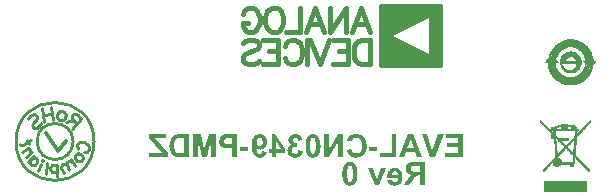
<source format=gbo>
%FSTAX23Y23*%
%MOIN*%
%SFA1B1*%

%IPPOS*%
%ADD11C,0.015000*%
%ADD33C,0.010000*%
%ADD35C,0.012000*%
%ADD60C,0.000800*%
%ADD61C,0.000400*%
%LNcn0349-1*%
%LPD*%
G36*
X01793Y00188D02*
X01776D01*
X01749Y00264*
X01766*
X01784Y00208*
X01804Y00264*
X01821*
X01793Y00188*
G37*
G36*
X01532Y00266D02*
X01535Y00265D01*
X01538Y00265*
X0154Y00264*
X01543Y00263*
X01545Y00262*
X01547Y00261*
X01548Y00261*
X0155Y00259*
X01551Y00259*
X01553Y00258*
X01554Y00257*
X01554Y00256*
X01555Y00256*
X01555Y00255*
X01555Y00255*
X01557Y00253*
X01559Y00251*
X0156Y00248*
X01561Y00246*
X01562Y00244*
X01563Y00241*
X01563Y00239*
X01564Y00236*
X01564Y00234*
X01565Y00232*
X01565Y0023*
X01565Y00228*
Y00227*
X01565Y00226*
Y00225*
Y00225*
X01565Y00222*
X01565Y00219*
X01564Y00216*
X01564Y00213*
X01563Y00211*
X01562Y00208*
X01561Y00206*
X0156Y00204*
X01559Y00202*
X01559Y00201*
X01558Y002*
X01557Y00199*
X01556Y00198*
X01556Y00197*
X01555Y00197*
X01555Y00197*
X01554Y00195*
X01552Y00193*
X01549Y00192*
X01547Y00191*
X01545Y0019*
X01543Y00189*
X01541Y00188*
X01539Y00188*
X01537Y00187*
X01536Y00187*
X01534Y00187*
X01533Y00186*
X01532*
X01531Y00186*
X0153*
X01528Y00186*
X01526Y00186*
X01524Y00187*
X01522Y00187*
X0152Y00188*
X01518Y00188*
X01517Y00189*
X01515Y00189*
X01514Y0019*
X01513Y0019*
X01512Y00191*
X01511Y00191*
X01511Y00192*
X0151Y00192*
X0151Y00192*
X0151Y00192*
X01508Y00194*
X01507Y00195*
X01505Y00198*
X01503Y00201*
X01501Y00204*
X015Y00205*
X015Y00207*
X01499Y00208*
X01499Y00209*
X01499Y0021*
X01498Y00211*
X01498Y00211*
Y00211*
X01513Y00216*
X01514Y00213*
X01515Y0021*
X01516Y00208*
X01517Y00206*
X01518Y00205*
X01519Y00204*
X0152Y00204*
X0152Y00203*
X01522Y00202*
X01523Y00201*
X01525Y002*
X01527Y002*
X01528Y002*
X01529Y002*
X0153Y00199*
X0153*
X01532Y002*
X01533Y002*
X01536Y002*
X01538Y00201*
X0154Y00203*
X01542Y00204*
X01543Y00205*
X01544Y00205*
X01544Y00205*
X01544Y00206*
X01545Y00207*
X01546Y00208*
X01546Y0021*
X01547Y00211*
X01548Y00215*
X01548Y00218*
X01549Y0022*
X01549Y00222*
X01549Y00223*
Y00224*
X01549Y00225*
Y00226*
Y00226*
Y00226*
X01549Y00229*
X01549Y00231*
X01549Y00233*
X01548Y00235*
X01548Y00237*
X01548Y00239*
X01547Y0024*
X01546Y00242*
X01546Y00243*
X01546Y00244*
X01545Y00244*
X01545Y00245*
X01544Y00246*
X01544Y00246*
X01544Y00246*
Y00246*
X01543Y00247*
X01542Y00248*
X01541Y00249*
X0154Y0025*
X01537Y00251*
X01535Y00252*
X01533Y00252*
X01532Y00252*
X01531Y00252*
X01531Y00253*
X0153*
X01528Y00252*
X01526Y00252*
X01524Y00251*
X01522Y00251*
X01521Y0025*
X0152Y0025*
X0152Y00249*
X0152Y00249*
X01518Y00248*
X01517Y00246*
X01516Y00245*
X01515Y00243*
X01515Y00242*
X01514Y00241*
X01514Y0024*
X01514Y0024*
Y0024*
X01498Y00243*
X015Y00247*
X01501Y00249*
X01502Y00252*
X01504Y00254*
X01505Y00255*
X01506Y00256*
X01506Y00257*
X01506Y00257*
X01506*
X01508Y00259*
X0151Y0026*
X01512Y00261*
X01514Y00262*
X01516Y00263*
X01518Y00264*
X01519Y00264*
X01521Y00265*
X01523Y00265*
X01524Y00265*
X01526Y00266*
X01527Y00266*
X01528Y00266*
X01529*
X01532Y00266*
G37*
G36*
X01885Y00188D02*
X01826D01*
Y00201*
X01869*
Y00221*
X01831*
Y00234*
X01869*
Y00251*
X01828*
Y00264*
X01885*
Y00188*
G37*
G36*
X0117Y00208D02*
X01141D01*
Y00223*
X0117*
Y00208*
G37*
G36*
X01485Y00188D02*
X0147D01*
Y00238*
X01439Y00188*
X01424*
Y00264*
X01438*
Y00213*
X0147Y00264*
X01485*
Y00188*
G37*
G36*
X01061D02*
X01047D01*
Y00248*
X01032Y00188*
X01017*
X01002Y00248*
X01001Y00188*
X00987*
Y00264*
X01011*
X01024Y00212*
X01038Y00264*
X01061*
Y00188*
G37*
G36*
X016Y00208D02*
X01571D01*
Y00223*
X016*
Y00208*
G37*
G36*
X00972Y00188D02*
X00943D01*
X0094Y00188*
X00937Y00188*
X00934Y00188*
X00933Y00188*
X00931Y00189*
X0093Y00189*
X00929Y00189*
X00929Y00189*
X00926Y0019*
X00924Y00191*
X00922Y00192*
X00921Y00193*
X0092Y00194*
X00919Y00195*
X00918Y00195*
X00918Y00195*
X00916Y00197*
X00914Y002*
X00913Y00202*
X00912Y00204*
X00911Y00206*
X00911Y00207*
X0091Y00207*
X0091Y00208*
X0091Y00209*
X0091Y00209*
Y00209*
X00909Y00212*
X00908Y00214*
X00908Y00217*
X00908Y0022*
X00907Y00222*
Y00223*
X00907Y00224*
Y00224*
Y00225*
Y00225*
Y00225*
X00907Y00229*
X00908Y00233*
X00908Y00236*
X00908Y00237*
X00909Y00238*
X00909Y0024*
X00909Y0024*
X00909Y00241*
X0091Y00242*
X0091Y00243*
X0091Y00243*
X0091Y00243*
Y00243*
X00911Y00246*
X00912Y00248*
X00913Y00251*
X00914Y00252*
X00916Y00254*
X00916Y00255*
X00917Y00256*
X00917Y00256*
X00917*
X00919Y00258*
X00921Y00259*
X00923Y0026*
X00925Y00261*
X00926Y00262*
X00928Y00263*
X00928Y00263*
X00928Y00263*
X00929Y00263*
X00929*
X00931Y00263*
X00933Y00264*
X00936Y00264*
X00938Y00264*
X0094Y00264*
X00941Y00264*
X00972*
Y00188*
G37*
G36*
X00896Y00251D02*
X0086D01*
X00901Y00202*
Y00188*
X00838*
Y00201*
X00882*
X0084Y00252*
Y00264*
X00896*
Y00251*
G37*
G36*
X01388Y00265D02*
X0139Y00264D01*
X01391Y00264*
X01393Y00263*
X01395Y00263*
X01396Y00262*
X01397Y00261*
X01399Y00261*
X014Y0026*
X01401Y00259*
X01401Y00259*
X01402Y00258*
X01402Y00257*
X01403Y00257*
X01403Y00257*
X01403Y00257*
X01404Y00255*
X01406Y00253*
X01407Y0025*
X01407Y00248*
X01408Y00245*
X01409Y00243*
X0141Y00238*
X0141Y00235*
X0141Y00233*
X0141Y00231*
X01411Y00229*
X01411Y00228*
Y00226*
Y00226*
Y00226*
Y00225*
X01411Y00222*
X0141Y00218*
X0141Y00214*
X0141Y00211*
X01409Y00209*
X01409Y00206*
X01408Y00204*
X01407Y00202*
X01407Y002*
X01406Y00199*
X01405Y00197*
X01405Y00196*
X01404Y00196*
X01404Y00195*
X01404Y00195*
X01404Y00195*
X01403Y00193*
X01401Y00192*
X014Y00191*
X01398Y0019*
X01397Y00189*
X01395Y00188*
X01394Y00188*
X01392Y00187*
X01391Y00187*
X0139Y00187*
X01389Y00186*
X01388Y00186*
X01387*
X01386Y00186*
X01386*
X01384Y00186*
X01382Y00186*
X0138Y00187*
X01378Y00187*
X01377Y00188*
X01375Y00189*
X01374Y00189*
X01373Y0019*
X01372Y00191*
X01371Y00192*
X0137Y00192*
X0137Y00193*
X01369Y00193*
X01369Y00194*
X01368Y00194*
X01368Y00194*
X01367Y00196*
X01366Y00198*
X01365Y002*
X01364Y00203*
X01363Y00205*
X01363Y00208*
X01362Y00213*
X01361Y00216*
X01361Y00218*
X01361Y0022*
X01361Y00222*
X01361Y00223*
Y00224*
Y00225*
Y00225*
Y00225*
X01361Y00229*
X01361Y00233*
X01361Y00236*
X01362Y0024*
X01363Y00242*
X01363Y00245*
X01364Y00247*
X01365Y00249*
X01365Y00251*
X01366Y00253*
X01367Y00254*
X01367Y00255*
X01368Y00256*
X01368Y00256*
X01368Y00257*
X01368Y00257*
X0137Y00258*
X01371Y00259*
X01372Y0026*
X01374Y00261*
X01375Y00262*
X01377Y00263*
X01378Y00263*
X01379Y00264*
X01381Y00264*
X01382Y00264*
X01383Y00264*
X01384Y00265*
X01385Y00265*
X01386*
X01388Y00265*
G37*
G36*
X01133Y00188D02*
X01117D01*
Y00217*
X01103*
X01102Y00217*
X011*
X01099Y00217*
X01097Y00217*
X01096Y00217*
X01095Y00217*
X01094*
X01093Y00217*
X01093Y00217*
X01092Y00218*
X01092*
X01091Y00218*
X01091*
X0109Y00218*
X01088Y00219*
X01087Y00219*
X01085Y0022*
X01085Y0022*
X01084Y00221*
X01083Y00221*
X01083Y00221*
X01082Y00222*
X0108Y00224*
X01079Y00225*
X01078Y00226*
X01077Y00227*
X01077Y00228*
X01077Y00229*
X01076Y00229*
X01076Y00231*
X01075Y00233*
X01074Y00235*
X01074Y00237*
X01074Y00238*
X01074Y0024*
Y0024*
Y0024*
Y00241*
Y00241*
X01074Y00244*
X01075Y00247*
X01075Y00249*
X01076Y00252*
X01077Y00253*
X01077Y00254*
X01078Y00255*
X01078Y00255*
X01078Y00255*
X01078Y00256*
Y00256*
X0108Y00258*
X01082Y00259*
X01084Y00261*
X01086Y00262*
X01087Y00262*
X01088Y00263*
X01089Y00263*
X01089Y00263*
X01089Y00263*
X01089*
X0109Y00264*
X01091Y00264*
X01093Y00264*
X01094Y00264*
X01097Y00264*
X011Y00264*
X01102*
X01103Y00264*
X01133*
Y00188*
G37*
G36*
X01749D02*
X01733D01*
X01726Y00205*
X01695*
X01689Y00188*
X01672*
X01703Y00264*
X01719*
X01749Y00188*
G37*
G36*
X01663D02*
X01609D01*
Y00201*
X01648*
Y00264*
X01663*
Y00188*
G37*
G36*
X01294Y00216D02*
Y00203D01*
X01262*
Y00188*
X01248*
Y00203*
X01239*
Y00216*
X01248*
Y00265*
X0126*
X01294Y00216*
G37*
G36*
X0121Y00265D02*
X01212Y00264D01*
X01214Y00264*
X01215Y00264*
X01217Y00263*
X01218Y00262*
X0122Y00262*
X01221Y00261*
X01222Y0026*
X01223Y0026*
X01224Y00259*
X01224Y00259*
X01225Y00258*
X01225Y00258*
X01226Y00258*
X01226Y00257*
X01227Y00256*
X01228Y00255*
X01229Y00253*
X0123Y00251*
X0123Y0025*
X01231Y00248*
X01232Y00245*
X01232Y00244*
X01232Y00243*
X01232Y00242*
X01233Y00241*
X01233Y0024*
Y00239*
Y00239*
Y00239*
X01233Y00236*
X01232Y00235*
X01232Y00231*
X01231Y00229*
X01231Y00228*
X0123Y00227*
X01229Y00225*
X01229Y00224*
X01228Y00223*
X01228Y00222*
X01227Y00222*
X01227Y00221*
X01226Y00221*
X01226Y0022*
X01226Y0022*
X01225Y00219*
X01224Y00218*
X01222Y00217*
X01221Y00216*
X0122Y00216*
X01218Y00215*
X01216Y00214*
X01214Y00214*
X01213Y00214*
X01212Y00214*
X01211Y00213*
X01211*
X01209Y00214*
X01207Y00214*
X01205Y00214*
X01202Y00215*
X012Y00217*
X01199Y00218*
X01198Y00219*
X01197Y00219*
X01197Y0022*
X01197Y0022*
X01197Y0022*
X01197Y00218*
X01197Y00215*
X01197Y00213*
X01198Y00212*
X01198Y0021*
X01198Y00209*
X01199Y00207*
X01199Y00206*
X01199Y00205*
X012Y00204*
X012Y00204*
X012Y00203*
X012Y00203*
X01201Y00203*
X01201Y00202*
X01202Y00201*
X01203Y002*
X01205Y00199*
X01206Y00199*
X01207Y00199*
X01208Y00198*
X01208Y00198*
X01208*
X0121Y00198*
X01211Y00199*
X01212Y00199*
X01213Y00199*
X01213Y002*
X01214Y002*
X01214Y002*
X01214Y002*
X01215Y00201*
X01216Y00202*
X01216Y00203*
X01216Y00204*
X01217Y00205*
X01217Y00206*
X01217Y00207*
Y00207*
X01231Y00205*
X0123Y00202*
X01229Y00199*
X01228Y00197*
X01227Y00195*
X01226Y00193*
X01225Y00192*
X01224Y00191*
X01224Y00191*
Y00191*
X01222Y00189*
X01219Y00188*
X01217Y00187*
X01215Y00187*
X01213Y00186*
X01212Y00186*
X01211*
X0121Y00186*
X01209*
X01207Y00186*
X01205Y00186*
X01203Y00187*
X01201Y00188*
X01199Y00188*
X01198Y00189*
X01196Y0019*
X01195Y00191*
X01193Y00192*
X01192Y00192*
X01191Y00193*
X01191Y00194*
X0119Y00195*
X0119Y00195*
X01189Y00195*
X01189Y00195*
X01188Y00197*
X01187Y00199*
X01186Y00202*
X01185Y00204*
X01184Y00207*
X01183Y00209*
X01182Y00214*
X01182Y00216*
X01182Y00219*
X01182Y00221*
X01181Y00222*
X01181Y00224*
Y00225*
Y00226*
Y00226*
X01181Y0023*
X01182Y00233*
X01182Y00236*
X01183Y00239*
X01183Y00242*
X01184Y00244*
X01184Y00247*
X01185Y00248*
X01186Y0025*
X01187Y00252*
X01187Y00253*
X01188Y00254*
X01188Y00255*
X01189Y00255*
X01189Y00255*
X01189Y00256*
X0119Y00257*
X01192Y00259*
X01193Y0026*
X01195Y00261*
X01197Y00262*
X01198Y00262*
X012Y00263*
X01201Y00264*
X01203Y00264*
X01204Y00264*
X01205Y00264*
X01206Y00265*
X01207Y00265*
X01208*
X0121Y00265*
G37*
G36*
X01511Y00172D02*
X01513Y00171D01*
X01515Y00171*
X01517Y0017*
X01518Y0017*
X01519Y00169*
X01521Y00168*
X01522Y00168*
X01523Y00167*
X01524Y00166*
X01525Y00166*
X01525Y00165*
X01526Y00164*
X01526Y00164*
X01526Y00164*
X01527Y00164*
X01528Y00162*
X01529Y0016*
X0153Y00157*
X01531Y00155*
X01532Y00152*
X01532Y0015*
X01533Y00145*
X01533Y00142*
X01534Y0014*
X01534Y00138*
X01534Y00136*
X01534Y00135*
Y00133*
Y00133*
Y00133*
Y00132*
X01534Y00129*
X01534Y00125*
X01533Y00121*
X01533Y00118*
X01532Y00116*
X01532Y00113*
X01531Y00111*
X01531Y00109*
X0153Y00107*
X01529Y00106*
X01529Y00104*
X01528Y00103*
X01528Y00103*
X01527Y00102*
X01527Y00102*
X01527Y00102*
X01526Y001*
X01524Y00099*
X01523Y00098*
X01521Y00097*
X0152Y00096*
X01518Y00095*
X01517Y00095*
X01516Y00094*
X01514Y00094*
X01513Y00094*
X01512Y00093*
X01511Y00093*
X0151*
X0151Y00093*
X01509*
X01507Y00093*
X01505Y00093*
X01503Y00094*
X01502Y00094*
X015Y00095*
X01499Y00096*
X01497Y00096*
X01496Y00097*
X01495Y00098*
X01494Y00099*
X01493Y00099*
X01493Y001*
X01492Y001*
X01492Y00101*
X01492Y00101*
X01492Y00101*
X0149Y00103*
X01489Y00105*
X01488Y00107*
X01487Y0011*
X01487Y00112*
X01486Y00115*
X01485Y0012*
X01485Y00123*
X01484Y00125*
X01484Y00127*
X01484Y00129*
X01484Y0013*
Y00131*
Y00132*
Y00132*
Y00132*
X01484Y00136*
X01484Y0014*
X01485Y00143*
X01485Y00147*
X01486Y00149*
X01486Y00152*
X01487Y00154*
X01488Y00156*
X01489Y00158*
X01489Y0016*
X0149Y00161*
X0149Y00162*
X01491Y00163*
X01491Y00163*
X01491Y00164*
X01492Y00164*
X01493Y00165*
X01494Y00166*
X01496Y00167*
X01497Y00168*
X01498Y00169*
X015Y0017*
X01501Y0017*
X01503Y00171*
X01504Y00171*
X01505Y00171*
X01506Y00171*
X01507Y00172*
X01508Y00172*
X01509*
X01511Y00172*
G37*
G36*
X01605Y00095D02*
X01592D01*
X0157Y0015*
X01585*
X01595Y00122*
X01596Y0012*
X01597Y00119*
X01597Y00118*
X01597Y00117*
X01597Y00117*
Y00117*
X01597Y00116*
X01597Y00116*
X01598Y00114*
X01598Y00113*
X01598Y00113*
X01599Y00112*
Y00112*
X01602Y00122*
X01612Y0015*
X01628*
X01605Y00095*
G37*
G36*
X01661Y00151D02*
X01663Y00151D01*
X01665Y00151*
X01667Y0015*
X01668Y0015*
X0167Y00149*
X01671Y00148*
X01672Y00147*
X01673Y00147*
X01674Y00146*
X01675Y00145*
X01676Y00145*
X01677Y00144*
X01677Y00144*
X01677Y00144*
X01677Y00143*
X01679Y00142*
X0168Y0014*
X01681Y00139*
X01681Y00137*
X01682Y00135*
X01683Y00133*
X01684Y0013*
X01684Y00128*
X01684Y00127*
X01684Y00125*
X01684Y00124*
X01684Y00123*
Y00122*
Y00122*
Y00122*
X01684Y0012*
X01684Y00118*
X01684Y00114*
X01683Y00112*
X01683Y00111*
X01682Y00109*
X01682Y00108*
X01681Y00107*
X01681Y00106*
X0168Y00105*
X0168Y00104*
X0168Y00103*
X01679Y00103*
X01679Y00103*
Y00103*
X01678Y00101*
X01676Y00099*
X01675Y00098*
X01673Y00097*
X01671Y00096*
X01669Y00095*
X01667Y00095*
X01666Y00094*
X01664Y00094*
X01662Y00094*
X01661Y00093*
X0166Y00093*
X01659*
X01658Y00093*
X01658*
X01654Y00093*
X01651Y00094*
X01649Y00094*
X01647Y00095*
X01645Y00096*
X01644Y00096*
X01643Y00097*
X01643Y00097*
X01643Y00097*
X01642Y00097*
X01642*
X0164Y00099*
X01638Y00101*
X01637Y00103*
X01636Y00105*
X01635Y00107*
X01634Y00108*
X01634Y00108*
X01634Y00109*
X01633Y00109*
X01633Y0011*
Y0011*
X01648Y00112*
X01648Y00111*
X01649Y00109*
X0165Y00108*
X0165Y00108*
X01651Y00107*
X01651Y00106*
X01651Y00106*
X01652Y00106*
X01653Y00105*
X01653Y00105*
X01655Y00105*
X01655Y00104*
X01656Y00104*
X01657Y00104*
X01657*
X01659Y00104*
X01661Y00105*
X01662Y00105*
X01664Y00106*
X01665Y00107*
X01665Y00107*
X01666Y00108*
X01666Y00108*
X01667Y00109*
X01668Y00111*
X01668Y00113*
X01669Y00114*
X01669Y00116*
X01669Y00117*
X01669Y00118*
Y00118*
Y00118*
Y00118*
X01632*
Y00121*
X01633Y00124*
X01633Y00127*
X01633Y00129*
X01634Y00131*
X01635Y00133*
X01635Y00135*
X01636Y00137*
X01636Y00138*
X01637Y0014*
X01638Y00141*
X01638Y00142*
X01639Y00142*
X01639Y00143*
X01639Y00143*
X01639Y00143*
X01641Y00145*
X01642Y00146*
X01644Y00147*
X01645Y00148*
X01647Y00149*
X01649Y00149*
X0165Y0015*
X01652Y0015*
X01653Y00151*
X01655Y00151*
X01656Y00151*
X01657Y00151*
X01658Y00151*
X01659*
X01661Y00151*
G37*
G36*
X01758Y00095D02*
X01742D01*
Y00127*
X01737*
X01735Y00127*
X01734Y00126*
X01733Y00126*
X01732Y00126*
X01732Y00126*
X01731Y00126*
X01731*
X0173Y00125*
X01729Y00125*
X01728Y00124*
X01727Y00123*
X01727Y00123*
X01727Y00123*
X01727Y00123*
X01726Y00122*
X01726Y00121*
X01724Y0012*
X01723Y00118*
X01722Y00116*
X0172Y00114*
X0172Y00113*
X01719Y00113*
X01719Y00112*
X01719Y00112*
X01718Y00111*
X01718Y00111*
X01707Y00095*
X01689*
X01698Y0011*
X01699Y00111*
X017Y00113*
X01701Y00114*
X01702Y00115*
X01703Y00117*
X01705Y00119*
X01706Y0012*
X01706Y00121*
X01707Y00122*
X01707Y00122*
X01708Y00123*
X0171Y00124*
X01711Y00126*
X01712Y00127*
X01713Y00127*
X01714Y00128*
X01715Y00128*
X01715Y00128*
X01715*
X01713Y00129*
X01712Y00129*
X0171Y0013*
X01709Y0013*
X01707Y00131*
X01706Y00131*
X01705Y00132*
X01704Y00132*
X01703Y00133*
X01702Y00134*
X01702Y00134*
X01701Y00135*
X01701Y00135*
X017Y00135*
X017Y00135*
Y00136*
X01699Y00137*
X01698Y00138*
X01697Y0014*
X01696Y00143*
X01695Y00145*
X01695Y00147*
X01695Y00148*
Y00148*
X01695Y00149*
Y00149*
Y0015*
Y0015*
X01695Y00152*
X01695Y00155*
X01696Y00157*
X01697Y00158*
X01697Y0016*
X01698Y00161*
X01698Y00162*
X01698Y00162*
X017Y00164*
X01701Y00165*
X01703Y00167*
X01704Y00168*
X01705Y00168*
X01706Y00169*
X01707Y00169*
X01707Y00169*
X01707*
X01708Y0017*
X0171Y0017*
X01712Y00171*
X01715Y00171*
X01718Y00171*
X0172Y00171*
X01722*
X01723Y00171*
X01758*
Y00095*
G37*
G36*
X01329Y00265D02*
X01331Y00264D01*
X01333Y00264*
X01335Y00264*
X01336Y00263*
X01337Y00263*
X01338Y00262*
X01338Y00262*
X01338*
X0134Y00261*
X01342Y0026*
X01343Y00259*
X01344Y00258*
X01345Y00257*
X01346Y00256*
X01346Y00256*
X01346Y00256*
X01347Y00254*
X01348Y00252*
X01349Y0025*
X01349Y00249*
X0135Y00247*
X0135Y00246*
X0135Y00245*
Y00245*
X0135Y00245*
Y00244*
X01337Y00242*
X01337Y00244*
X01336Y00246*
X01336Y00247*
X01335Y00248*
X01335Y00249*
X01334Y00249*
X01334Y0025*
X01334Y0025*
X01333Y00251*
X01331Y00251*
X0133Y00252*
X01329Y00252*
X01328Y00252*
X01328Y00253*
X01327*
X01326Y00252*
X01324Y00252*
X01323Y00252*
X01322Y00251*
X01322Y00251*
X01321Y00251*
X01321Y0025*
X01321Y0025*
X0132Y00249*
X01319Y00248*
X01319Y00247*
X01319Y00246*
X01319Y00245*
X01318Y00245*
Y00244*
Y00244*
X01319Y00242*
X01319Y00241*
X0132Y0024*
X0132Y00239*
X01321Y00238*
X01321Y00237*
X01322Y00237*
X01322Y00237*
X01323Y00236*
X01325Y00235*
X01326Y00235*
X01328Y00234*
X01329Y00234*
X0133Y00234*
X01331*
X01333Y00222*
X01331Y00223*
X0133Y00223*
X01329Y00223*
X01328Y00223*
X01327Y00223*
X01326*
X01324Y00223*
X01323Y00223*
X01322Y00222*
X01321Y00222*
X0132Y00221*
X01319Y00221*
X01319Y0022*
X01318Y0022*
X01317Y00219*
X01317Y00217*
X01316Y00216*
X01316Y00214*
X01316Y00213*
X01315Y00212*
Y00211*
Y00211*
Y00211*
X01316Y00209*
X01316Y00207*
X01316Y00206*
X01317Y00204*
X01318Y00203*
X01318Y00202*
X01318Y00202*
X01319Y00202*
X0132Y00201*
X01321Y002*
X01322Y00199*
X01324Y00199*
X01325Y00199*
X01326Y00198*
X01326*
X01328Y00198*
X01329Y00199*
X0133Y00199*
X01331Y002*
X01332Y002*
X01333Y00201*
X01333Y00201*
X01334Y00201*
X01335Y00202*
X01335Y00204*
X01336Y00205*
X01337Y00206*
X01337Y00208*
X01337Y00209*
X01337Y00209*
Y00209*
Y0021*
X01352Y00208*
X01351Y00206*
X01351Y00204*
X0135Y00201*
X01349Y00199*
X01347Y00196*
X01346Y00195*
X01346Y00195*
X01345Y00194*
X01345Y00193*
X01344Y00193*
X01344Y00192*
X01344Y00192*
X01344Y00192*
X01342Y00191*
X01341Y0019*
X01339Y00189*
X01338Y00189*
X01335Y00188*
X01332Y00187*
X01331Y00187*
X0133Y00186*
X01329Y00186*
X01328Y00186*
X01327Y00186*
X01326*
X01324Y00186*
X01322Y00186*
X0132Y00187*
X01319Y00187*
X01317Y00188*
X01316Y00188*
X01314Y00189*
X01313Y0019*
X01312Y0019*
X01311Y00191*
X0131Y00192*
X01309Y00192*
X01309Y00193*
X01308Y00193*
X01308Y00193*
X01308Y00193*
X01307Y00195*
X01305Y00196*
X01304Y00198*
X01303Y00199*
X01303Y002*
X01302Y00202*
X01301Y00205*
X01301Y00206*
X01301Y00207*
X01301Y00208*
X013Y00209*
X013Y0021*
Y0021*
Y0021*
Y00211*
X013Y00213*
X01301Y00215*
X01302Y00217*
X01302Y00219*
X01303Y00221*
X01304Y00222*
X01304Y00222*
X01304Y00222*
X01306Y00224*
X01308Y00225*
X01309Y00227*
X01311Y00227*
X01313Y00228*
X01314Y00229*
X01314Y00229*
X01315*
X01315Y00229*
X01315*
X01313Y0023*
X01311Y00231*
X0131Y00233*
X01308Y00234*
X01307Y00235*
X01306Y00237*
X01306Y00238*
X01305Y00239*
X01305Y0024*
X01304Y00241*
X01304Y00242*
X01304Y00243*
Y00244*
X01304Y00244*
Y00245*
Y00245*
Y00246*
X01304Y00248*
X01305Y0025*
X01305Y00252*
X01306Y00254*
X01307Y00256*
X01308Y00257*
X01309Y00257*
X01309Y00257*
X01309Y00258*
X01309Y00258*
X01311Y00259*
X01312Y0026*
X01313Y00261*
X01315Y00262*
X01316Y00262*
X01318Y00263*
X0132Y00264*
X01322Y00264*
X01323Y00264*
X01324Y00264*
X01325Y00265*
X01326Y00265*
X01327*
X01329Y00265*
G37*
G36*
X01813Y00652D02*
X01814D01*
X01812Y00555*
X01813Y00556*
Y00493*
X01614Y00494*
Y00591*
X01612*
Y00692*
X01814Y00693*
X01813Y00652*
G37*
%LNcn0349-2*%
%LPC*%
G36*
X01773Y00652D02*
X01653Y00592D01*
X01773Y00532*
Y00652*
G37*
G36*
X0151Y0016D02*
X01509D01*
X01508Y00159*
X01507Y00159*
X01506Y00159*
X01506Y00159*
X01505Y00158*
X01505Y00158*
X01505Y00158*
X01504Y00158*
X01504Y00157*
X01503Y00156*
X01502Y00154*
X01502Y00153*
X01501Y00152*
X01501Y00151*
Y00151*
Y00151*
X01501Y0015*
X01501Y00149*
X015Y00147*
X015Y00146*
X015Y00143*
X015Y0014*
Y00138*
Y00137*
X015Y00136*
Y00135*
Y00134*
Y00133*
Y00132*
Y00132*
Y0013*
X015Y00128*
Y00126*
X015Y00124*
X015Y00122*
X015Y0012*
X015Y00119*
X015Y00118*
X01501Y00117*
X01501Y00116*
X01501Y00115*
X01501Y00114*
X01501Y00114*
Y00113*
X01501Y00113*
Y00113*
X01502Y00112*
X01502Y0011*
X01503Y00109*
X01503Y00108*
X01504Y00108*
X01504Y00107*
X01504Y00107*
X01504Y00107*
X01505Y00106*
X01506Y00106*
X01508Y00106*
X01508Y00105*
X01509Y00105*
X01509*
X0151Y00105*
X01511Y00106*
X01512Y00106*
X01512Y00106*
X01513Y00106*
X01514Y00107*
X01514Y00107*
X01514Y00107*
X01515Y00108*
X01515Y00109*
X01516Y0011*
X01516Y00111*
X01517Y00112*
X01517Y00113*
X01517Y00113*
X01517Y00114*
X01517Y00115*
X01518Y00116*
X01518Y00117*
X01518Y00119*
X01518Y00122*
X01518Y00125*
Y00126*
Y00128*
X01518Y00129*
Y0013*
Y00131*
Y00132*
Y00132*
Y00132*
Y00135*
X01518Y00137*
Y00139*
X01518Y00141*
X01518Y00143*
X01518Y00144*
X01518Y00146*
X01518Y00147*
X01518Y00148*
X01517Y00149*
X01517Y0015*
X01517Y00151*
X01517Y00151*
X01517Y00151*
Y00152*
Y00152*
X01517Y00153*
X01516Y00155*
X01516Y00156*
X01515Y00156*
X01515Y00157*
X01514Y00157*
X01514Y00158*
X01514Y00158*
X01513Y00158*
X01512Y00159*
X01511Y00159*
X01511Y00159*
X0151Y00159*
X0151Y0016*
G37*
G36*
X01659Y0014D02*
X01658D01*
X01656Y0014*
X01655Y0014*
X01654Y00139*
X01653Y00139*
X01652Y00138*
X01651Y00137*
X01651Y00137*
X01651Y00137*
X01649Y00135*
X01649Y00134*
X01648Y00132*
X01648Y00131*
X01647Y00129*
X01647Y00128*
X01647Y00128*
Y00127*
Y00127*
Y00127*
X01669*
X01669Y00129*
X01669Y00131*
X01668Y00133*
X01668Y00134*
X01667Y00135*
X01667Y00136*
X01666Y00136*
X01666Y00137*
X01665Y00138*
X01664Y00139*
X01662Y00139*
X01661Y0014*
X0166Y0014*
X01659Y0014*
G37*
G36*
X01742Y00158D02*
X01724D01*
X01723Y00158*
X01721*
X0172Y00158*
X01719*
X01719Y00158*
X01719*
X01718Y00158*
X01716Y00157*
X01715Y00157*
X01715Y00156*
X01714Y00156*
X01713Y00155*
X01713Y00155*
X01713Y00155*
X01712Y00154*
X01712Y00153*
X01711Y00152*
X01711Y00151*
X01711Y0015*
X01711Y0015*
Y00149*
Y00149*
X01711Y00148*
X01711Y00147*
X01711Y00145*
X01712Y00145*
X01712Y00144*
X01712Y00143*
X01712Y00143*
X01713Y00143*
X01713Y00142*
X01714Y00142*
X01715Y00141*
X01716Y0014*
X01716Y0014*
X01717Y0014*
X01717*
X01718Y0014*
X01718Y0014*
X01719Y00139*
X0172Y00139*
X01722Y00139*
X01725Y00139*
X01727Y00139*
X01742*
Y00158*
G37*
G36*
X01209Y00253D02*
X01209D01*
X01207Y00252*
X01206Y00252*
X01204Y00251*
X01203Y00251*
X01202Y0025*
X01202Y00249*
X01201Y00249*
X01201Y00249*
X012Y00247*
X01199Y00245*
X01199Y00243*
X01198Y00242*
X01198Y0024*
X01198Y00239*
Y00238*
Y00238*
Y00238*
Y00237*
X01198Y00235*
X01198Y00233*
X01199Y00231*
X01199Y0023*
X012Y00229*
X012Y00228*
X01201Y00228*
X01201Y00227*
X01202Y00226*
X01203Y00226*
X01204Y00225*
X01205Y00225*
X01206Y00224*
X01207Y00224*
X01208*
X0121Y00224*
X01211Y00225*
X01212Y00225*
X01213Y00226*
X01214Y00227*
X01215Y00227*
X01215Y00227*
X01215Y00228*
X01216Y00229*
X01217Y00231*
X01217Y00233*
X01218Y00234*
X01218Y00236*
X01218Y00237*
Y00238*
Y00238*
Y00238*
Y00239*
X01218Y00241*
X01218Y00243*
X01217Y00245*
X01217Y00247*
X01216Y00248*
X01216Y00249*
X01216Y00249*
X01216Y00249*
X01215Y0025*
X01213Y00251*
X01212Y00252*
X01211Y00252*
X0121Y00252*
X01209Y00253*
G37*
G36*
X01711Y00247D02*
X017Y00218D01*
X01722*
X01711Y00247*
G37*
G36*
X01262Y00242D02*
Y00216D01*
X0128*
X01262Y00242*
G37*
G36*
X01386Y00253D02*
X01386D01*
X01385Y00252*
X01384Y00252*
X01383Y00252*
X01382Y00252*
X01382Y00251*
X01381Y00251*
X01381Y00251*
X01381Y00251*
X0138Y0025*
X0138Y00249*
X01379Y00247*
X01378Y00246*
X01378Y00245*
X01378Y00244*
Y00244*
Y00244*
X01378Y00243*
X01377Y00242*
X01377Y0024*
X01377Y00239*
X01377Y00236*
X01376Y00233*
Y00231*
Y0023*
X01376Y00229*
Y00228*
Y00227*
Y00226*
Y00225*
Y00225*
Y00223*
X01376Y00221*
Y00219*
X01377Y00217*
X01377Y00215*
X01377Y00213*
X01377Y00212*
X01377Y00211*
X01377Y0021*
X01377Y00209*
X01378Y00208*
X01378Y00207*
X01378Y00207*
Y00206*
X01378Y00206*
Y00206*
X01378Y00205*
X01379Y00203*
X01379Y00202*
X0138Y00201*
X0138Y00201*
X01381Y002*
X01381Y002*
X01381Y002*
X01382Y00199*
X01383Y00199*
X01384Y00199*
X01385Y00198*
X01385Y00198*
X01386*
X01387Y00198*
X01388Y00199*
X01388Y00199*
X01389Y00199*
X0139Y00199*
X0139Y002*
X0139Y002*
X01391Y002*
X01391Y00201*
X01392Y00202*
X01392Y00203*
X01393Y00204*
X01393Y00205*
X01394Y00206*
X01394Y00206*
X01394Y00207*
X01394Y00208*
X01394Y00209*
X01394Y0021*
X01394Y00212*
X01395Y00215*
X01395Y00218*
Y00219*
Y00221*
X01395Y00222*
Y00223*
Y00224*
Y00225*
Y00225*
Y00225*
Y00228*
X01395Y0023*
Y00232*
X01395Y00234*
X01395Y00236*
X01395Y00237*
X01394Y00239*
X01394Y0024*
X01394Y00241*
X01394Y00242*
X01394Y00243*
X01394Y00244*
X01394Y00244*
X01394Y00244*
Y00245*
Y00245*
X01393Y00246*
X01393Y00248*
X01392Y00249*
X01392Y00249*
X01391Y0025*
X01391Y0025*
X01391Y00251*
X01391Y00251*
X0139Y00251*
X01389Y00252*
X01388Y00252*
X01387Y00252*
X01387Y00252*
X01386Y00253*
G37*
G36*
X00956Y00251D02*
X00946D01*
X00944Y00251*
X00943*
X00942Y00251*
X00941*
X0094Y00251*
X00939*
X00938Y00251*
X00937Y00251*
X00937Y00251*
X00937*
X00935Y0025*
X00934Y0025*
X00932Y00249*
X00931Y00249*
X00931Y00248*
X0093Y00248*
X00929Y00247*
X00929Y00247*
X00928Y00246*
X00927Y00245*
X00927Y00244*
X00926Y00242*
X00926Y00241*
X00925Y0024*
X00925Y0024*
X00925Y0024*
X00924Y00238*
X00924Y00235*
X00924Y00233*
X00924Y00231*
X00924Y00229*
X00923Y00228*
Y00227*
Y00227*
Y00226*
Y00226*
Y00226*
X00924Y00223*
X00924Y0022*
X00924Y00218*
X00924Y00216*
X00925Y00214*
X00925Y00213*
X00925Y00212*
Y00212*
X00925Y00212*
Y00212*
X00926Y0021*
X00926Y00209*
X00927Y00207*
X00928Y00206*
X00928Y00205*
X00929Y00205*
X00929Y00205*
X00929Y00204*
X0093Y00204*
X00931Y00203*
X00933Y00202*
X00934Y00202*
X00935Y00201*
X00935Y00201*
X00935*
X00937Y00201*
X00938Y00201*
X0094Y00201*
X00941*
X00942Y00201*
X00956*
Y00251*
G37*
G36*
X01117D02*
X01106D01*
X01105Y00251*
X01103Y00251*
X01101*
X011Y00251*
X01099Y00251*
X01099Y00251*
X01099*
X01097Y00251*
X01096Y0025*
X01095Y00249*
X01094Y00249*
X01093Y00248*
X01093Y00248*
X01092Y00248*
X01092Y00247*
X01092Y00246*
X01091Y00245*
X0109Y00244*
X0109Y00243*
X0109Y00242*
X0109Y00241*
Y00241*
Y0024*
X0109Y00239*
X0109Y00238*
X0109Y00237*
X01091Y00236*
X01091Y00236*
X01091Y00235*
X01092Y00235*
X01092Y00235*
X01092Y00234*
X01093Y00233*
X01094Y00232*
X01095Y00232*
X01096Y00231*
X01096Y00231*
X01096Y00231*
X01097Y00231*
X01097Y00231*
X01098Y0023*
X011Y0023*
X01102Y0023*
X01104Y0023*
X01106*
X01107Y0023*
X01117*
Y00251*
G37*
%LNcn0349-3*%
%LPD*%
G54D11*
X01575Y00579D02*
Y00498D01*
Y00579D02*
X01548D01*
X01536Y00575*
X01528Y00567*
X01524Y00559*
X01521Y00548*
Y00528*
X01524Y00517*
X01528Y00509*
X01536Y00501*
X01548Y00498*
X01575*
X01452Y00579D02*
X01502D01*
Y00498*
X01452*
X01502Y0054D02*
X01472D01*
X01439Y00579D02*
X01408Y00498D01*
X01377Y00579D02*
X01408Y00498D01*
X01367Y00579D02*
Y00498D01*
X01292Y00559D02*
X01296Y00567D01*
X01303Y00575*
X01311Y00579*
X01327*
X01334Y00575*
X01342Y00567*
X01346Y00559*
X0135Y00548*
Y00528*
X01346Y00517*
X01342Y00509*
X01334Y00501*
X01327Y00498*
X01311*
X01303Y00501*
X01296Y00509*
X01292Y00517*
X01219Y00579D02*
X01269D01*
Y00498*
X01219*
X01269Y0054D02*
X01238D01*
X01152Y00567D02*
X01159Y00575D01*
X01171Y00579*
X01186*
X01198Y00575*
X01206Y00567*
Y00559*
X01202Y00552*
X01198Y00548*
X0119Y00544*
X01167Y00536*
X01159Y00532*
X01155Y00528*
X01152Y00521*
Y00509*
X01159Y00501*
X01171Y00498*
X01186*
X01198Y00501*
X01206Y00509*
X01516Y00606D02*
X01546Y00686D01*
X01577Y00606*
X01565Y00632D02*
X01527D01*
X01497Y00686D02*
Y00606D01*
Y00686D02*
X01444Y00606D01*
Y00686D02*
Y00606D01*
X01361D02*
X01391Y00686D01*
X01422Y00606*
X0141Y00632D02*
X01372D01*
X01342Y00686D02*
Y00606D01*
X01296*
X01265Y00686D02*
X01272Y00682D01*
X0128Y00674*
X01284Y00666*
X01287Y00655*
Y00636*
X01284Y00625*
X0128Y00617*
X01272Y00609*
X01265Y00606*
X01249*
X01242Y00609*
X01234Y00617*
X0123Y00625*
X01227Y00636*
Y00655*
X0123Y00666*
X01234Y00674*
X01242Y00682*
X01249Y00686*
X01265*
X01151Y00666D02*
X01155Y00674D01*
X01162Y00682*
X0117Y00686*
X01185*
X01193Y00682*
X012Y00674*
X01204Y00666*
X01208Y00655*
Y00636*
X01204Y00625*
X012Y00617*
X01193Y00609*
X01185Y00606*
X0117*
X01162Y00609*
X01155Y00617*
X01151Y00625*
Y00636*
X0117D02*
X01151D01*
G54D33*
X00656Y0024D02*
D01*
D01*
G75*
G03X00396I-00130J0D01*
G74*G01*
D01*
G75*
G03X00656I00130J0D01*
G74*G01*
X00586D02*
D01*
D01*
G75*
G03X00466I-00060J0D01*
G74*G01*
D01*
G75*
G03X00586I00060J0D01*
G74*G01*
X00447Y00244D02*
X00419Y00228D01*
X00413Y00227*
X0041Y00229*
X00408Y00233*
X00439Y00233D02*
X00432Y00244D01*
X0045Y00205D02*
X0043Y00188D01*
X00444Y002D02*
X00445Y00208D01*
X00444Y00212*
X0044Y00216*
X00436Y00218*
X00431Y00216*
X00416Y00204*
X00457Y0019D02*
X00437Y00173D01*
X00453Y00187D02*
X00458Y00186D01*
X00462Y00184*
X00466Y0018*
X00467Y00176*
X00466Y0017*
X00463Y00165*
X0046Y00163*
X00455Y00161*
X00449Y00161*
X00445Y00163*
X00442Y00167*
X00441Y00171*
X00441Y00177*
X00486Y00176D02*
X00483Y00175D01*
X00482Y00178*
X00485Y00179*
X00486Y00176*
X00479Y00165D02*
X0047Y0014D01*
X00498Y00169D02*
X00495Y0013D01*
X00533Y00163D02*
Y00123D01*
Y00157D02*
X00529Y00161D01*
X00525Y00163*
X00519*
X00515Y00161*
X00512Y00157*
X0051Y00152*
Y00148*
X00512Y00142*
X00515Y00138*
X00519Y00137*
X00525*
X00529Y00138*
X00533Y00142*
X00579Y0018D02*
X00593Y00157D01*
X00583Y00173D02*
X00575Y00175D01*
X00571Y00175*
X00566Y00172*
X00564Y00168*
X00565Y00163*
X00574Y00146*
X00565Y00163D02*
X00557Y00165D01*
X00553Y00164*
X00548Y00162*
X00546Y00158*
X00547Y00152*
X00556Y00136*
X00595Y00197D02*
X00598Y00199D01*
X00603Y002*
X00609Y00199*
X00613Y00197*
X00617Y00193*
X00618Y00188*
X00618Y00183*
X00615Y00178*
X00611Y00176*
X00606Y00175*
X006Y00176*
X00597Y00178*
X00593Y00182*
X00592Y00187*
X00592Y00192*
X00595Y00197*
X00604Y00215D02*
X00602Y00219D01*
X006Y00224*
X006Y00228*
X00604Y00235*
X00608Y00237*
X00613Y00238*
X00617Y00238*
X00623Y00237*
X00631Y00232*
X00635Y00228*
X00638Y00224*
X00639Y00219*
X00639Y00215*
X00635Y00208*
X00631Y00206*
X00626Y00204*
X00622Y00205*
X00614Y00314D02*
X00583Y00283D01*
X00614Y00314D02*
X00601Y00328D01*
X00595Y00331*
X00592*
X00587Y0033*
X00584Y00326*
X00583Y00322*
Y00319*
X00586Y00313*
X00599Y00299*
X00589Y0031D02*
X00561Y00304D01*
X00555Y00338D02*
X00558Y00335D01*
X00561Y00329*
X0056Y00323*
X00559Y00319*
X00555Y00313*
X00549Y00311*
X00544Y0031*
X00538Y00312*
X00535Y00316*
X00533Y00321*
X00533Y00328*
X00534Y00332*
X00538Y00337*
X00544Y0034*
X00549Y00341*
X00555Y00338*
X0049Y00306D02*
X00483Y00351D01*
X0052Y00311D02*
X00512Y00356D01*
X00487Y00327D02*
X00516Y00333D01*
X00479Y00301D02*
X00477Y00295D01*
X00473Y0029*
X00465Y00286*
X00459Y00285*
X00453Y00286*
X00451Y0029*
X0045Y00295*
X00451Y00298*
X00454Y00302*
X00463Y00312*
X00465Y00316*
X00466Y00319*
X00466Y00323*
X00463Y00329*
X00457Y00331*
X0045Y00329*
X00443Y00325*
X00438Y0032*
X00437Y00314*
G54D35*
X00537Y00209D02*
X00562Y00243D01*
X00496Y00267D02*
X00537Y00209D01*
X01613Y00493D02*
Y00692D01*
X01813*
X01613Y00493D02*
X01614Y00492D01*
X01813*
Y00692*
G54D60*
X02239Y00581D02*
X02246D01*
X02233Y0058D02*
X02254D01*
X02229Y00579D02*
X02258D01*
X02226Y00578D02*
X02262D01*
X02223Y00577D02*
X02265D01*
X02221Y00577D02*
X02267D01*
X02219Y00576D02*
X0227D01*
X02217Y00575D02*
X02271D01*
X02215Y00574D02*
X02273D01*
X02214Y00573D02*
X02275D01*
X02212Y00573D02*
X02277D01*
X02211Y00572D02*
X02278D01*
X0221Y00571D02*
X02279D01*
X02208Y0057D02*
X02281D01*
X02207Y00569D02*
X02282D01*
X02206Y00569D02*
X02283D01*
X02205Y00568D02*
X02285D01*
X02203Y00567D02*
X02286D01*
X02202Y00566D02*
X02287D01*
X02202Y00565D02*
X02288D01*
X022Y00565D02*
X02289D01*
X02199Y00564D02*
X0229D01*
X02198Y00563D02*
X02291D01*
X02198Y00562D02*
X02292D01*
X02197Y00561D02*
X02293D01*
X02196Y00561D02*
X02294D01*
X02194Y0056D02*
X02294D01*
X02194Y00559D02*
X02295D01*
X02193Y00558D02*
X02296D01*
X02193Y00557D02*
X02297D01*
X02247Y00557D02*
X02298D01*
X02192D02*
X02238D01*
X02252Y00556D02*
X02298D01*
X02191D02*
X02234D01*
X02256Y00555D02*
X02299D01*
X0219D02*
X02231D01*
X02258Y00554D02*
X023D01*
X0219D02*
X02229D01*
X02261Y00553D02*
X02301D01*
X02189D02*
X02226D01*
X02262Y00553D02*
X02302D01*
X02188D02*
X02225D01*
X02265Y00552D02*
X02302D01*
X02187D02*
X02223D01*
X02266Y00551D02*
X02302D01*
X02186D02*
X02222D01*
X02267Y0055D02*
X02303D01*
X02186D02*
X0222D01*
X02269Y00549D02*
X02304D01*
X02186D02*
X02219D01*
X0227Y00549D02*
X02304D01*
X02185D02*
X02218D01*
X02271Y00548D02*
X02305D01*
X02184D02*
X02217D01*
X02273Y00547D02*
X02306D01*
X02184D02*
X02215D01*
X02274Y00546D02*
X02306D01*
X02183D02*
X02214D01*
X02274Y00545D02*
X02306D01*
X02182D02*
X02214D01*
X02275Y00545D02*
X02307D01*
X02182D02*
X02213D01*
X02277Y00544D02*
X02307D01*
X02182D02*
X02211D01*
X02278Y00543D02*
X02308D01*
X02181D02*
X0221D01*
X02278Y00542D02*
X02308D01*
X0218D02*
X0221D01*
X02279Y00541D02*
X02309D01*
X0218D02*
X02209D01*
X0228Y00541D02*
X02309D01*
X02179D02*
X02208D01*
X02281Y0054D02*
X0231D01*
X02242D02*
X02245D01*
X02179D02*
X02207D01*
X02282Y00539D02*
X0231D01*
X02236D02*
X02251D01*
X02178D02*
X02206D01*
X02282Y00538D02*
X0231D01*
X02233D02*
X02254D01*
X02178D02*
X02206D01*
X02282Y00537D02*
X0231D01*
X0223D02*
X02256D01*
X02178D02*
X02205D01*
X02283Y00537D02*
X02311D01*
X02229D02*
X02258D01*
X02177D02*
X02205D01*
X02284Y00536D02*
X02311D01*
X02227D02*
X0226D01*
X02177D02*
X02204D01*
X02284Y00535D02*
X02312D01*
X02226D02*
X02262D01*
X02176D02*
X02203D01*
X02285Y00534D02*
X02312D01*
X02225D02*
X02262D01*
X02176D02*
X02202D01*
X02286Y00533D02*
X02313D01*
X02223D02*
X02264D01*
X02175D02*
X02202D01*
X02286Y00533D02*
X02313D01*
X02222D02*
X02265D01*
X02175D02*
X02202D01*
X02286Y00532D02*
X02313D01*
X02222D02*
X02266D01*
X02181D02*
X02201D01*
X02174D02*
X02179D01*
X02287Y00531D02*
X02314D01*
X02221D02*
X02266D01*
X02182D02*
X022D01*
X02174D02*
X02178D01*
X02287Y0053D02*
X02314D01*
X02219D02*
X02267D01*
X02182D02*
X022D01*
X02174D02*
X02178D01*
X02288Y00529D02*
X02314D01*
X02218D02*
X02268D01*
X02183D02*
X02199D01*
X02174D02*
X02177D01*
X02288Y00529D02*
X02314D01*
X02218D02*
X02269D01*
X02184D02*
X02198D01*
X02173D02*
X02176D01*
X02289Y00528D02*
X02314D01*
X02218D02*
X0227D01*
X02185D02*
X02198D01*
X02173D02*
X02175D01*
X02289Y00527D02*
X02314D01*
X02217D02*
X0227D01*
X02186D02*
X02198D01*
X02173D02*
X02174D01*
X0229Y00526D02*
X02315D01*
X02216D02*
X02271D01*
X02186D02*
X02198D01*
X02179D02*
X02181D01*
X02172D02*
X02174D01*
X0229Y00525D02*
X02315D01*
X02216D02*
X02272D01*
X02187D02*
X02197D01*
X02178D02*
X02182D01*
X02172D02*
X02173D01*
X0229Y00525D02*
X02315D01*
X02215D02*
X02272D01*
X02187D02*
X02197D01*
X02178D02*
X02182D01*
X0229Y00524D02*
X02315D01*
X02249D02*
X02273D01*
X02214D02*
X0224D01*
X02188D02*
X02196D01*
X02177D02*
X02183D01*
X0229Y00523D02*
X02316D01*
X02251D02*
X02274D01*
X02214D02*
X02238D01*
X02189D02*
X02196D01*
X02176D02*
X02184D01*
X02291Y00522D02*
X02316D01*
X02253D02*
X02274D01*
X02214D02*
X02236D01*
X0219D02*
X02195D01*
X02175D02*
X02185D01*
X02291Y00521D02*
X02316D01*
X02254D02*
X02274D01*
X02214D02*
X02234D01*
X0219D02*
X02195D01*
X02174D02*
X02186D01*
X02291Y00521D02*
X02316D01*
X02255D02*
X02274D01*
X02213D02*
X02234D01*
X02191D02*
X02194D01*
X02174D02*
X02186D01*
X02292Y0052D02*
X02316D01*
X02256D02*
X02275D01*
X02213D02*
X02233D01*
X02192D02*
X02194D01*
X02173D02*
X02187D01*
X02292Y00519D02*
X02317D01*
X02257D02*
X02275D01*
X02212D02*
X02231D01*
X02193D02*
X02194D01*
X02172D02*
X02188D01*
X02292Y00518D02*
X02317D01*
X02258D02*
X02276D01*
X02212D02*
X02231D01*
X02171D02*
X02189D01*
X02292Y00517D02*
X02317D01*
X02258D02*
X02276D01*
X02211D02*
X0223D01*
X0217D02*
X0219D01*
X02293Y00517D02*
X02317D01*
X02259D02*
X02276D01*
X02211D02*
X0223D01*
X0217D02*
X0219D01*
X02293Y00516D02*
X02317D01*
X02259D02*
X02277D01*
X02211D02*
X02229D01*
X02169D02*
X0219D01*
X02293Y00515D02*
X02317D01*
X0226D02*
X02277D01*
X02211D02*
X02228D01*
X02168D02*
X02191D01*
X02293Y00514D02*
X02318D01*
X02261D02*
X02277D01*
X0221D02*
X02228D01*
X02167D02*
X02192D01*
X02293Y00513D02*
X02318D01*
X02261D02*
X02278D01*
X0221D02*
X02227D01*
X02166D02*
X02193D01*
X02294Y00513D02*
X02318D01*
X02262D02*
X02278D01*
X0221D02*
X02227D01*
X02166D02*
X02194D01*
X02294Y00512D02*
X02318D01*
X02262D02*
X02278D01*
X0221D02*
X02226D01*
X02165D02*
X02194D01*
X02294Y00511D02*
X02318D01*
X02262D02*
X02278D01*
X0221D02*
X02226D01*
X02164D02*
X02195D01*
X02294Y0051D02*
X02318D01*
X02262D02*
X02278D01*
X0221D02*
X02226D01*
X02163D02*
X02196D01*
X02294Y00509D02*
X02318D01*
X02263D02*
X02278D01*
X0221D02*
X02226D01*
X02162D02*
X02197D01*
X02286Y00509D02*
X02327D01*
X02263D02*
X02278D01*
X0221D02*
X02225D01*
X02162D02*
X02198D01*
X02286Y00508D02*
X02326D01*
X02262D02*
X02278D01*
X0221D02*
X0223D01*
X02162D02*
X02198D01*
X02287Y00507D02*
X02326D01*
X0221D02*
X02278D01*
X02161D02*
X02198D01*
X02288Y00506D02*
X02325D01*
X0221D02*
X02278D01*
X0216D02*
X02199D01*
X02289Y00505D02*
X02324D01*
X0221D02*
X02278D01*
X02159D02*
X022D01*
X0229Y00505D02*
X02324D01*
X0221D02*
X02278D01*
X02158D02*
X02201D01*
X0229Y00504D02*
X02323D01*
X0221D02*
X02278D01*
X02168D02*
X02191D01*
X02291Y00503D02*
X02322D01*
X0221D02*
X02278D01*
X02168D02*
X02191D01*
X02292Y00502D02*
X02322D01*
X0221D02*
X02278D01*
X02168D02*
X02191D01*
X02292Y00501D02*
X02321D01*
X0221D02*
X02278D01*
X02168D02*
X02191D01*
X02293Y00501D02*
X0232D01*
X0221D02*
X02278D01*
X02168D02*
X02191D01*
X02294Y005D02*
X02319D01*
X02263D02*
X02278D01*
X02168D02*
X02191D01*
X02294Y00499D02*
X02318D01*
X02262D02*
X02278D01*
X02168D02*
X02192D01*
X02295Y00498D02*
X02318D01*
X02262D02*
X02278D01*
X02168D02*
X02192D01*
X02296Y00497D02*
X02317D01*
X02262D02*
X02278D01*
X02168D02*
X02192D01*
X02297Y00497D02*
X02316D01*
X02262D02*
X02278D01*
X0221D02*
X02214D01*
X02168D02*
X02192D01*
X02298Y00496D02*
X02315D01*
X02262D02*
X02277D01*
X02211D02*
X02214D01*
X02168D02*
X02192D01*
X02298Y00495D02*
X02314D01*
X02293D02*
X02294D01*
X02262D02*
X02277D01*
X02211D02*
X02215D01*
X02169D02*
X02192D01*
X02299Y00494D02*
X02314D01*
X02293D02*
X02294D01*
X02262D02*
X02277D01*
X02211D02*
X02215D01*
X02169D02*
X02193D01*
X023Y00493D02*
X02313D01*
X02292D02*
X02295D01*
X02262D02*
X02276D01*
X02212D02*
X02216D01*
X02169D02*
X02193D01*
X02301Y00493D02*
X02312D01*
X02292D02*
X02296D01*
X02262D02*
X02276D01*
X02212D02*
X02216D01*
X02169D02*
X02193D01*
X02316Y00492D02*
X02317D01*
X02302D02*
X02311D01*
X02292D02*
X02297D01*
X02261D02*
X02276D01*
X02212D02*
X02217D01*
X02169D02*
X02193D01*
X02315Y00491D02*
X02316D01*
X02302D02*
X0231D01*
X02292D02*
X02297D01*
X02261D02*
X02275D01*
X02213D02*
X02217D01*
X02169D02*
X02194D01*
X02314Y0049D02*
X02316D01*
X02302D02*
X0231D01*
X02291D02*
X02298D01*
X02261D02*
X02275D01*
X02213D02*
X02218D01*
X0217D02*
X02194D01*
X02314Y00489D02*
X02316D01*
X02303D02*
X02309D01*
X02291D02*
X02298D01*
X0226D02*
X02274D01*
X02214D02*
X02218D01*
X0217D02*
X02194D01*
X02313Y00489D02*
X02316D01*
X02304D02*
X02308D01*
X02291D02*
X02299D01*
X0226D02*
X02274D01*
X02214D02*
X02218D01*
X0217D02*
X02194D01*
X02312Y00488D02*
X02316D01*
X02305D02*
X02307D01*
X0229D02*
X023D01*
X02259D02*
X02274D01*
X02214D02*
X02219D01*
X0217D02*
X02194D01*
X02311Y00487D02*
X02315D01*
X02306D02*
X02307D01*
X0229D02*
X02301D01*
X02258D02*
X02274D01*
X02214D02*
X0222D01*
X0217D02*
X02194D01*
X0231Y00486D02*
X02315D01*
X0229D02*
X02302D01*
X02258D02*
X02273D01*
X02215D02*
X0222D01*
X0217D02*
X02195D01*
X0231Y00485D02*
X02315D01*
X0229D02*
X02302D01*
X02258D02*
X02273D01*
X02215D02*
X02221D01*
X0217D02*
X02195D01*
X0231Y00485D02*
X02314D01*
X0229D02*
X02302D01*
X02257D02*
X02272D01*
X02216D02*
X02222D01*
X0217D02*
X02196D01*
X02309Y00484D02*
X02314D01*
X02289D02*
X02303D01*
X02256D02*
X02271D01*
X02217D02*
X02222D01*
X0217D02*
X02196D01*
X02308Y00483D02*
X02314D01*
X02288D02*
X02304D01*
X02255D02*
X02271D01*
X02217D02*
X02224D01*
X02171D02*
X02197D01*
X02307Y00482D02*
X02314D01*
X02288D02*
X02305D01*
X02254D02*
X0227D01*
X02218D02*
X02225D01*
X02171D02*
X02197D01*
X02306Y00481D02*
X02314D01*
X02287D02*
X02306D01*
X02254D02*
X0227D01*
X02218D02*
X02226D01*
X02171D02*
X02198D01*
X02287Y00481D02*
X02314D01*
X02253D02*
X02269D01*
X02219D02*
X02227D01*
X02172D02*
X02198D01*
X02286Y0048D02*
X02314D01*
X02251D02*
X02268D01*
X0222D02*
X02229D01*
X02172D02*
X02198D01*
X02286Y00479D02*
X02313D01*
X0225D02*
X02267D01*
X02221D02*
X0223D01*
X02173D02*
X02198D01*
X02286Y00478D02*
X02313D01*
X02247D02*
X02266D01*
X02222D02*
X02233D01*
X02173D02*
X02199D01*
X02286Y00477D02*
X02313D01*
X02242D02*
X02266D01*
X02222D02*
X02238D01*
X02173D02*
X02199D01*
X02285Y00477D02*
X02312D01*
X02223D02*
X02265D01*
X02174D02*
X022D01*
X02284Y00476D02*
X02312D01*
X02224D02*
X02263D01*
X02174D02*
X02201D01*
X02284Y00475D02*
X02311D01*
X02226D02*
X02262D01*
X02174D02*
X02202D01*
X02283Y00474D02*
X02311D01*
X02226D02*
X02261D01*
X02174D02*
X02202D01*
X02282Y00473D02*
X0231D01*
X02228D02*
X02259D01*
X02175D02*
X02202D01*
X02282Y00473D02*
X0231D01*
X0223D02*
X02258D01*
X02175D02*
X02203D01*
X02281Y00472D02*
X0231D01*
X02231D02*
X02255D01*
X02175D02*
X02204D01*
X0228Y00471D02*
X0231D01*
X02234D02*
X02253D01*
X02176D02*
X02205D01*
X02279Y0047D02*
X02309D01*
X02238D02*
X02249D01*
X02177D02*
X02206D01*
X02278Y00469D02*
X02309D01*
X02177D02*
X02206D01*
X02278Y00469D02*
X02308D01*
X02178D02*
X02207D01*
X02277Y00468D02*
X02308D01*
X02178D02*
X02208D01*
X02276Y00467D02*
X02307D01*
X02178D02*
X02209D01*
X02275Y00466D02*
X02306D01*
X02178D02*
X0221D01*
X02274Y00465D02*
X02306D01*
X02179D02*
X0221D01*
X02274Y00465D02*
X02306D01*
X0218D02*
X02211D01*
X02272Y00464D02*
X02305D01*
X0218D02*
X02213D01*
X02271Y00463D02*
X02305D01*
X02181D02*
X02214D01*
X0227Y00462D02*
X02304D01*
X02182D02*
X02215D01*
X02269Y00461D02*
X02303D01*
X02182D02*
X02216D01*
X02267Y00461D02*
X02303D01*
X02182D02*
X02218D01*
X02266Y0046D02*
X02302D01*
X02183D02*
X02219D01*
X02264Y00459D02*
X02302D01*
X02184D02*
X02221D01*
X02262Y00458D02*
X02301D01*
X02184D02*
X02222D01*
X0226Y00457D02*
X02301D01*
X02185D02*
X02225D01*
X02258Y00457D02*
X023D01*
X02186D02*
X02227D01*
X02255Y00456D02*
X02299D01*
X02186D02*
X0223D01*
X02252Y00455D02*
X02298D01*
X02187D02*
X02233D01*
X02245Y00454D02*
X02298D01*
X02188D02*
X02241D01*
X02189Y00453D02*
X02297D01*
X0219Y00453D02*
X02296D01*
X0219Y00452D02*
X02295D01*
X02191Y00451D02*
X02294D01*
X02192Y0045D02*
X02294D01*
X02193Y00449D02*
X02293D01*
X02194Y00449D02*
X02292D01*
X02194Y00448D02*
X02291D01*
X02195Y00447D02*
X0229D01*
X02197Y00446D02*
X02289D01*
X02198Y00445D02*
X02288D01*
X02198Y00445D02*
X02286D01*
X022Y00444D02*
X02286D01*
X02201Y00443D02*
X02285D01*
X02202Y00442D02*
X02283D01*
X02203Y00441D02*
X02282D01*
X02205Y00441D02*
X02281D01*
X02206Y0044D02*
X02279D01*
X02208Y00439D02*
X02278D01*
X0221Y00438D02*
X02276D01*
X02211Y00437D02*
X02274D01*
X02213Y00437D02*
X02273D01*
X02214Y00436D02*
X02271D01*
X02217Y00435D02*
X02269D01*
X02219Y00434D02*
X02266D01*
X02222Y00433D02*
X02264D01*
X02224Y00433D02*
X02262D01*
X02228Y00432D02*
X02258D01*
X02233Y00431D02*
X02253D01*
G54D61*
X02157Y00074D02*
X02296D01*
X02157Y00075D02*
X02296D01*
X02157Y00075D02*
X02296D01*
X02157Y00075D02*
X02296D01*
X02157Y00076D02*
X02296D01*
X02157Y00076D02*
X02296D01*
X02157Y00077D02*
X02296D01*
X02157Y00077D02*
X02296D01*
X02157Y00077D02*
X02296D01*
X02157Y00078D02*
X02296D01*
X02157Y00078D02*
X02296D01*
X02157Y00079D02*
X02296D01*
X02157Y00079D02*
X02296D01*
X02157Y00079D02*
X02296D01*
X02157Y0008D02*
X02296D01*
X02157Y0008D02*
X02296D01*
X02157Y00081D02*
X02296D01*
X02157Y00081D02*
X02296D01*
X02157Y00081D02*
X02296D01*
X02157Y00082D02*
X02296D01*
X02157Y00082D02*
X02296D01*
X02157Y00083D02*
X02296D01*
X02157Y00083D02*
X02296D01*
X02157Y00083D02*
X02296D01*
X02157Y00084D02*
X02296D01*
X02157Y00084D02*
X02296D01*
X02157Y00085D02*
X02296D01*
X02157Y00085D02*
X02296D01*
X02157Y00085D02*
X02296D01*
X02157Y00086D02*
X02296D01*
X02157Y00086D02*
X02296D01*
X02157Y00087D02*
X02296D01*
X02157Y00087D02*
X02296D01*
X02157Y00087D02*
X02296D01*
X02157Y00088D02*
X02296D01*
X02157Y00088D02*
X02296D01*
X02157Y00089D02*
X02296D01*
X02157Y00089D02*
X02296D01*
X02157Y00089D02*
X02296D01*
X02157Y0009D02*
X02296D01*
X02157Y0009D02*
X02296D01*
X02157Y00091D02*
X02296D01*
X02157Y00091D02*
X02296D01*
X02157Y00091D02*
X02296D01*
X02157Y00092D02*
X02296D01*
X02157Y00092D02*
X02296D01*
X02157Y00093D02*
X02296D01*
X02157Y00093D02*
X02296D01*
X02157Y00093D02*
X02296D01*
X02157Y00094D02*
X02296D01*
X02157Y00094D02*
X02296D01*
X02157Y00095D02*
X02296D01*
X02157Y00095D02*
X02296D01*
X02157Y00095D02*
X02296D01*
X02157Y00096D02*
X02296D01*
X02157Y00096D02*
X02296D01*
X02157Y00097D02*
X02296D01*
X02157Y00097D02*
X02296D01*
X02157Y00097D02*
X02296D01*
X02157Y00098D02*
X02296D01*
X02157Y00098D02*
X02296D01*
X02157Y00099D02*
X02296D01*
X02157Y00099D02*
X02296D01*
X02157Y00099D02*
X02296D01*
X02157Y001D02*
X02296D01*
X02157Y001D02*
X02296D01*
X02157Y00101D02*
X02296D01*
X02157Y00101D02*
X02296D01*
X02157Y00101D02*
X02296D01*
X02157Y00102D02*
X02296D01*
X02157Y00102D02*
X02296D01*
X02157Y00103D02*
X02296D01*
X02157Y00103D02*
X02296D01*
X02157Y00103D02*
X02296D01*
X02157Y00104D02*
X02296D01*
X02157Y00104D02*
X02296D01*
X02157Y00105D02*
X02296D01*
X02157Y00105D02*
X02296D01*
X02157Y00105D02*
X02296D01*
X02157Y00106D02*
X02296D01*
X02157Y00106D02*
X02296D01*
X02157Y00107D02*
X02296D01*
X02157Y00107D02*
X02296D01*
X02157Y00107D02*
X02296D01*
X02304Y00142D02*
X02305D01*
X02154Y00143D02*
X02155D01*
X02303D02*
X02305D01*
X02153Y00143D02*
X02155D01*
X02303D02*
X02305D01*
X02153Y00143D02*
X02155D01*
X02303D02*
X02306D01*
X02153Y00144D02*
X02156D01*
X02302D02*
X02306D01*
X02152Y00144D02*
X02156D01*
X02302D02*
X02307D01*
X02152Y00145D02*
X02156D01*
X02301D02*
X02307D01*
X02151Y00145D02*
X02157D01*
X02301D02*
X02306D01*
X02152Y00145D02*
X02157D01*
X02301D02*
X02306D01*
X02152Y00146D02*
X02157D01*
X023D02*
X02305D01*
X02153Y00146D02*
X02158D01*
X023D02*
X02305D01*
X02153Y00147D02*
X02158D01*
X02299D02*
X02305D01*
X02153Y00147D02*
X02159D01*
X02299D02*
X02304D01*
X02154Y00147D02*
X02159D01*
X02299D02*
X02304D01*
X02154Y00148D02*
X02159D01*
X02298D02*
X02304D01*
X02155Y00148D02*
X0216D01*
X02298D02*
X02303D01*
X02155Y00149D02*
X0216D01*
X02297D02*
X02303D01*
X02155Y00149D02*
X02161D01*
X02297D02*
X02303D01*
X02155Y00149D02*
X02161D01*
X02297D02*
X02302D01*
X02156Y0015D02*
X02161D01*
X02296D02*
X02302D01*
X02156Y0015D02*
X02162D01*
X02296D02*
X02301D01*
X02157Y00151D02*
X02162D01*
X02295D02*
X02301D01*
X02157Y00151D02*
X02163D01*
X02295D02*
X02301D01*
X02157Y00151D02*
X02163D01*
X02295D02*
X023D01*
X02158Y00152D02*
X02163D01*
X02294D02*
X023D01*
X02158Y00152D02*
X02163D01*
X02294D02*
X02299D01*
X02159Y00153D02*
X02164D01*
X02293D02*
X02299D01*
X02159Y00153D02*
X02164D01*
X02293D02*
X02299D01*
X02159Y00153D02*
X02165D01*
X02293D02*
X02298D01*
X0216Y00154D02*
X02165D01*
X02292D02*
X02298D01*
X0216Y00154D02*
X02165D01*
X02292D02*
X02297D01*
X02161Y00155D02*
X02166D01*
X02291D02*
X02297D01*
X02161Y00155D02*
X02166D01*
X02291D02*
X02297D01*
X02161Y00155D02*
X02167D01*
X02291D02*
X02296D01*
X02162Y00156D02*
X02167D01*
X0229D02*
X02296D01*
X02162Y00156D02*
X02167D01*
X0229D02*
X02295D01*
X02163Y00157D02*
X02168D01*
X02289D02*
X02295D01*
X02163Y00157D02*
X02168D01*
X02289D02*
X02295D01*
X02163Y00157D02*
X02169D01*
X02289D02*
X02294D01*
X02163Y00158D02*
X02169D01*
X02288D02*
X02294D01*
X02164Y00158D02*
X02169D01*
X02197D02*
X02199D01*
X02288D02*
X02293D01*
X02164Y00159D02*
X0217D01*
X02195D02*
X02202D01*
X02244D02*
X02253D01*
X02287D02*
X02293D01*
X02165Y00159D02*
X0217D01*
X02193D02*
X02203D01*
X02244D02*
X02253D01*
X02287D02*
X02293D01*
X02165Y00159D02*
X02171D01*
X02192D02*
X02204D01*
X02244D02*
X02253D01*
X02287D02*
X02292D01*
X02165Y0016D02*
X02171D01*
X02192D02*
X02205D01*
X02244D02*
X02253D01*
X02286D02*
X02292D01*
X02166Y0016D02*
X02171D01*
X02191D02*
X02205D01*
X02244D02*
X02253D01*
X02286D02*
X02291D01*
X02166Y00161D02*
X02171D01*
X0219D02*
X02206D01*
X02244D02*
X02253D01*
X02285D02*
X02291D01*
X02167Y00161D02*
X02172D01*
X0219D02*
X02207D01*
X02244D02*
X02253D01*
X02285D02*
X02291D01*
X02167Y00161D02*
X02172D01*
X02189D02*
X02207D01*
X02244D02*
X02253D01*
X02285D02*
X0229D01*
X02167Y00162D02*
X02173D01*
X02189D02*
X02207D01*
X02244D02*
X02253D01*
X02285D02*
X0229D01*
X02168Y00162D02*
X02173D01*
X02188D02*
X02208D01*
X02244D02*
X02253D01*
X02284D02*
X02289D01*
X02168Y00163D02*
X02173D01*
X02188D02*
X02208D01*
X02244D02*
X02253D01*
X02284D02*
X02289D01*
X02169Y00163D02*
X02174D01*
X02188D02*
X02209D01*
X02244D02*
X02253D01*
X02283D02*
X02289D01*
X02169Y00163D02*
X02174D01*
X02187D02*
X02209D01*
X02244D02*
X02253D01*
X02283D02*
X02288D01*
X02169Y00164D02*
X02175D01*
X02187D02*
X02209D01*
X02244D02*
X02253D01*
X02283D02*
X02288D01*
X0217Y00164D02*
X02175D01*
X02187D02*
X02209D01*
X02244D02*
X02253D01*
X02282D02*
X02287D01*
X0217Y00165D02*
X02175D01*
X02187D02*
X0221D01*
X02244D02*
X02253D01*
X02282D02*
X02287D01*
X02171Y00165D02*
X02176D01*
X02186D02*
X02196D01*
X022D02*
X0221D01*
X02244D02*
X02253D01*
X02281D02*
X02287D01*
X02171Y00165D02*
X02176D01*
X02186D02*
X02195D01*
X02201D02*
X0221D01*
X02244D02*
X02253D01*
X02281D02*
X02286D01*
X02171Y00166D02*
X02177D01*
X02186D02*
X02194D01*
X02202D02*
X02254D01*
X02281D02*
X02286D01*
X02171Y00166D02*
X02177D01*
X02185D02*
X02194D01*
X02203D02*
X02254D01*
X0228D02*
X02285D01*
X02172Y00167D02*
X02177D01*
X02185D02*
X02193D01*
X02203D02*
X02255D01*
X0228D02*
X02285D01*
X02172Y00167D02*
X02178D01*
X02185D02*
X02193D01*
X02203D02*
X02255D01*
X02279D02*
X02285D01*
X02173Y00167D02*
X02178D01*
X02185D02*
X02193D01*
X02197D02*
X02199D01*
X02204D02*
X02255D01*
X02279D02*
X02284D01*
X02173Y00168D02*
X02178D01*
X02185D02*
X02192D01*
X02196D02*
X022D01*
X02204D02*
X02255D01*
X02279D02*
X02284D01*
X02173Y00168D02*
X02179D01*
X02185D02*
X02192D01*
X02195D02*
X02201D01*
X02204D02*
X02255D01*
X02278D02*
X02283D01*
X02174Y00169D02*
X02179D01*
X02185D02*
X02192D01*
X02195D02*
X02201D01*
X02205D02*
X02255D01*
X02278D02*
X02283D01*
X02174Y00169D02*
X02179D01*
X02185D02*
X02191D01*
X02195D02*
X02202D01*
X02205D02*
X02255D01*
X02277D02*
X02283D01*
X02175Y00169D02*
X0218D01*
X02185D02*
X02191D01*
X02194D02*
X02202D01*
X02205D02*
X02255D01*
X02277D02*
X02282D01*
X02175Y0017D02*
X0218D01*
X02185D02*
X02191D01*
X02194D02*
X02202D01*
X02205D02*
X02255D01*
X02277D02*
X02282D01*
X02175Y0017D02*
X02181D01*
X02185D02*
X02191D01*
X02194D02*
X02202D01*
X02205D02*
X02212D01*
X0225D02*
X02255D01*
X02276D02*
X02281D01*
X02176Y00171D02*
X02181D01*
X02185D02*
X02191D01*
X02194D02*
X02203D01*
X02205D02*
X02212D01*
X02251D02*
X02255D01*
X02276D02*
X02281D01*
X02176Y00171D02*
X02181D01*
X02185D02*
X02191D01*
X02194D02*
X02203D01*
X02205D02*
X02212D01*
X02251D02*
X02255D01*
X02275D02*
X02281D01*
X02177Y00171D02*
X02182D01*
X02184D02*
X02191D01*
X02193D02*
X02203D01*
X02205D02*
X02212D01*
X02251D02*
X02255D01*
X02275D02*
X0228D01*
X02177Y00172D02*
X02182D01*
X02184D02*
X02191D01*
X02193D02*
X02203D01*
X02205D02*
X02212D01*
X02251D02*
X02255D01*
X02275D02*
X0228D01*
X02177Y00172D02*
X02183D01*
X02184D02*
X02191D01*
X02193D02*
X02203D01*
X02205D02*
X02212D01*
X02251D02*
X02255D01*
X02274D02*
X0228D01*
X02178Y00173D02*
X02183D01*
X02184D02*
X02191D01*
X02194D02*
X02203D01*
X02205D02*
X02212D01*
X02251D02*
X02255D01*
X02274D02*
X02279D01*
X02178Y00173D02*
X02183D01*
X02185D02*
X02191D01*
X02194D02*
X02203D01*
X02205D02*
X02212D01*
X02251D02*
X02255D01*
X02273D02*
X02279D01*
X02178Y00173D02*
X02184D01*
X02185D02*
X02191D01*
X02194D02*
X02203D01*
X02205D02*
X02212D01*
X02251D02*
X02255D01*
X02273D02*
X02279D01*
X02179Y00174D02*
X02184D01*
X02185D02*
X02191D01*
X02194D02*
X02202D01*
X02205D02*
X02212D01*
X02251D02*
X02255D01*
X02273D02*
X02278D01*
X02179Y00174D02*
X02191D01*
X02194D02*
X02202D01*
X02205D02*
X02212D01*
X02251D02*
X02256D01*
X02272D02*
X02278D01*
X02179Y00175D02*
X02191D01*
X02195D02*
X02202D01*
X02205D02*
X02211D01*
X02251D02*
X02256D01*
X02272D02*
X02277D01*
X0218Y00175D02*
X02192D01*
X02195D02*
X02201D01*
X02205D02*
X02211D01*
X02251D02*
X02256D01*
X02271D02*
X02277D01*
X0218Y00175D02*
X02192D01*
X02195D02*
X02201D01*
X02204D02*
X02211D01*
X02251D02*
X02256D01*
X02271D02*
X02277D01*
X02181Y00176D02*
X02192D01*
X02196D02*
X02201D01*
X02204D02*
X02211D01*
X02251D02*
X02256D01*
X02271D02*
X02276D01*
X02181Y00176D02*
X02192D01*
X02197D02*
X022D01*
X02204D02*
X02211D01*
X02251D02*
X02256D01*
X0227D02*
X02276D01*
X02181Y00177D02*
X02193D01*
X02203D02*
X02211D01*
X02251D02*
X02256D01*
X0227D02*
X02275D01*
X02182Y00177D02*
X02193D01*
X02203D02*
X02211D01*
X02251D02*
X02256D01*
X02269D02*
X02275D01*
X02182Y00177D02*
X02193D01*
X02203D02*
X02211D01*
X02251D02*
X02256D01*
X02269D02*
X02275D01*
X02183Y00178D02*
X02194D01*
X02202D02*
X02211D01*
X02251D02*
X02256D01*
X02269D02*
X02274D01*
X02183Y00178D02*
X02195D01*
X02201D02*
X0221D01*
X02251D02*
X02256D01*
X02268D02*
X02274D01*
X02183Y00179D02*
X02195D01*
X02201D02*
X0221D01*
X02251D02*
X02256D01*
X02268D02*
X02273D01*
X02184Y00179D02*
X02197D01*
X02199D02*
X0221D01*
X02251D02*
X02256D01*
X02267D02*
X02273D01*
X02184Y00179D02*
X0221D01*
X02251D02*
X02256D01*
X02267D02*
X02273D01*
X02185Y0018D02*
X02209D01*
X02251D02*
X02256D01*
X02267D02*
X02272D01*
X02185Y0018D02*
X02209D01*
X02251D02*
X02256D01*
X02266D02*
X02272D01*
X02185Y00181D02*
X02209D01*
X02251D02*
X02256D01*
X02266D02*
X02271D01*
X02186Y00181D02*
X02209D01*
X02251D02*
X02256D01*
X02265D02*
X02271D01*
X02186Y00181D02*
X02208D01*
X02251D02*
X02256D01*
X02265D02*
X02271D01*
X02186Y00182D02*
X02207D01*
X02251D02*
X02256D01*
X02265D02*
X0227D01*
X02187Y00182D02*
X02207D01*
X02251D02*
X02256D01*
X02264D02*
X0227D01*
X02187Y00183D02*
X02207D01*
X02252D02*
X02256D01*
X02264D02*
X02269D01*
X02187Y00183D02*
X02206D01*
X02252D02*
X02256D01*
X02263D02*
X02269D01*
X02188Y00183D02*
X02205D01*
X02252D02*
X02257D01*
X02263D02*
X02269D01*
X02188Y00184D02*
X02205D01*
X02252D02*
X02257D01*
X02263D02*
X02268D01*
X02189Y00184D02*
X02204D01*
X02252D02*
X02257D01*
X02263D02*
X02268D01*
X02189Y00185D02*
X02203D01*
X02252D02*
X02257D01*
X02262D02*
X02267D01*
X02189Y00185D02*
X02202D01*
X02252D02*
X02257D01*
X02262D02*
X02267D01*
X0219Y00185D02*
X02201D01*
X02252D02*
X02257D01*
X02261D02*
X02267D01*
X0219Y00186D02*
X022D01*
X02252D02*
X02257D01*
X02261D02*
X02266D01*
X02191Y00186D02*
X022D01*
X02252D02*
X02257D01*
X02261D02*
X02266D01*
X02191Y00187D02*
X02199D01*
X02252D02*
X02257D01*
X0226D02*
X02265D01*
X02191Y00187D02*
X02199D01*
X02252D02*
X02257D01*
X0226D02*
X02265D01*
X02192Y00187D02*
X02199D01*
X02252D02*
X02257D01*
X02259D02*
X02265D01*
X02192Y00188D02*
X02199D01*
X02252D02*
X02257D01*
X02259D02*
X02264D01*
X02193Y00188D02*
X02199D01*
X02252D02*
X02257D01*
X02259D02*
X02264D01*
X02193Y00189D02*
X02199D01*
X02252D02*
X02257D01*
X02258D02*
X02263D01*
X02193Y00189D02*
X02199D01*
X02252D02*
X02257D01*
X02258D02*
X02263D01*
X02193Y00189D02*
X02199D01*
X02252D02*
X02257D01*
X02257D02*
X02263D01*
X02194Y0019D02*
X02199D01*
X02252D02*
X02262D01*
X02194Y0019D02*
X022D01*
X02252D02*
X02262D01*
X02195Y00191D02*
X022D01*
X02252D02*
X02261D01*
X02195Y00191D02*
X022D01*
X02252D02*
X02261D01*
X02195Y00191D02*
X02201D01*
X02252D02*
X02261D01*
X02194Y00192D02*
X02201D01*
X02253D02*
X0226D01*
X02194Y00192D02*
X02201D01*
X02253D02*
X0226D01*
X02194Y00193D02*
X02202D01*
X02253D02*
X02259D01*
X02194Y00193D02*
X02202D01*
X02253D02*
X02259D01*
X02194Y00193D02*
X02203D01*
X02253D02*
X02259D01*
X02194Y00194D02*
X02203D01*
X02253D02*
X02258D01*
X02194Y00194D02*
X02203D01*
X02253D02*
X02258D01*
X02194Y00195D02*
X02204D01*
X02252D02*
X02257D01*
X02194Y00195D02*
X02204D01*
X02252D02*
X02257D01*
X02194Y00195D02*
X02199D01*
X02199D02*
X02205D01*
X02251D02*
X02257D01*
X02194Y00196D02*
X02199D01*
X022D02*
X02205D01*
X02251D02*
X02257D01*
X02194Y00196D02*
X02199D01*
X022D02*
X02205D01*
X02251D02*
X02257D01*
X02194Y00197D02*
X02199D01*
X02201D02*
X02206D01*
X0225D02*
X02257D01*
X02194Y00197D02*
X02199D01*
X02201D02*
X02206D01*
X0225D02*
X02257D01*
X02194Y00197D02*
X02199D01*
X02201D02*
X02207D01*
X02249D02*
X02258D01*
X02194Y00198D02*
X02199D01*
X02201D02*
X02207D01*
X02249D02*
X02258D01*
X02194Y00198D02*
X02199D01*
X02202D02*
X02207D01*
X02249D02*
X02258D01*
X02194Y00199D02*
X02199D01*
X02202D02*
X02208D01*
X02248D02*
X02258D01*
X02194Y00199D02*
X02199D01*
X02203D02*
X02208D01*
X02248D02*
X02258D01*
X02194Y00199D02*
X02198D01*
X02203D02*
X02208D01*
X02247D02*
X02258D01*
X02194Y002D02*
X02198D01*
X02203D02*
X02209D01*
X02247D02*
X02253D01*
X02253D02*
X02258D01*
X02193Y002D02*
X02198D01*
X02204D02*
X02209D01*
X02247D02*
X02252D01*
X02253D02*
X02258D01*
X02193Y00201D02*
X02198D01*
X02204D02*
X02209D01*
X02246D02*
X02252D01*
X02253D02*
X02258D01*
X02193Y00201D02*
X02198D01*
X02205D02*
X0221D01*
X02246D02*
X02251D01*
X02253D02*
X02258D01*
X02193Y00201D02*
X02198D01*
X02205D02*
X0221D01*
X02245D02*
X02251D01*
X02253D02*
X02258D01*
X02193Y00202D02*
X02198D01*
X02205D02*
X02211D01*
X02245D02*
X02251D01*
X02253D02*
X02258D01*
X02193Y00202D02*
X02198D01*
X02206D02*
X02211D01*
X02245D02*
X0225D01*
X02253D02*
X02258D01*
X02193Y00203D02*
X02198D01*
X02206D02*
X02211D01*
X02244D02*
X0225D01*
X02253D02*
X02258D01*
X02193Y00203D02*
X02198D01*
X02207D02*
X02212D01*
X02244D02*
X02249D01*
X02253D02*
X02258D01*
X02193Y00203D02*
X02198D01*
X02207D02*
X02212D01*
X02243D02*
X02249D01*
X02253D02*
X02258D01*
X02193Y00204D02*
X02198D01*
X02207D02*
X02213D01*
X02243D02*
X02249D01*
X02253D02*
X02258D01*
X02193Y00204D02*
X02198D01*
X02208D02*
X02213D01*
X02243D02*
X02248D01*
X02253D02*
X02258D01*
X02193Y00205D02*
X02198D01*
X02208D02*
X02213D01*
X02242D02*
X02248D01*
X02253D02*
X02258D01*
X02193Y00205D02*
X02198D01*
X02209D02*
X02214D01*
X02242D02*
X02247D01*
X02253D02*
X02258D01*
X02193Y00205D02*
X02198D01*
X02209D02*
X02214D01*
X02241D02*
X02247D01*
X02253D02*
X02258D01*
X02193Y00206D02*
X02198D01*
X02209D02*
X02215D01*
X02241D02*
X02247D01*
X02254D02*
X02258D01*
X02193Y00206D02*
X02198D01*
X02209D02*
X02215D01*
X02241D02*
X02246D01*
X02254D02*
X02258D01*
X02193Y00207D02*
X02198D01*
X0221D02*
X02215D01*
X0224D02*
X02246D01*
X02254D02*
X02259D01*
X02193Y00207D02*
X02198D01*
X0221D02*
X02215D01*
X0224D02*
X02245D01*
X02254D02*
X02259D01*
X02193Y00207D02*
X02198D01*
X02211D02*
X02216D01*
X0224D02*
X02245D01*
X02254D02*
X02259D01*
X02193Y00208D02*
X02198D01*
X02211D02*
X02216D01*
X02239D02*
X02245D01*
X02254D02*
X02259D01*
X02193Y00208D02*
X02197D01*
X02211D02*
X02217D01*
X02239D02*
X02244D01*
X02254D02*
X02259D01*
X02193Y00209D02*
X02197D01*
X02212D02*
X02217D01*
X02239D02*
X02244D01*
X02254D02*
X02259D01*
X02193Y00209D02*
X02197D01*
X02212D02*
X02217D01*
X02238D02*
X02243D01*
X02254D02*
X02259D01*
X02193Y00209D02*
X02197D01*
X02213D02*
X02218D01*
X02238D02*
X02243D01*
X02254D02*
X02259D01*
X02193Y0021D02*
X02197D01*
X02213D02*
X02218D01*
X02237D02*
X02243D01*
X02254D02*
X02259D01*
X02193Y0021D02*
X02197D01*
X02213D02*
X02219D01*
X02237D02*
X02242D01*
X02254D02*
X02259D01*
X02193Y00211D02*
X02197D01*
X02214D02*
X02219D01*
X02237D02*
X02242D01*
X02254D02*
X02259D01*
X02193Y00211D02*
X02197D01*
X02214D02*
X02219D01*
X02236D02*
X02241D01*
X02254D02*
X02259D01*
X02193Y00211D02*
X02197D01*
X02215D02*
X0222D01*
X02236D02*
X02241D01*
X02254D02*
X02259D01*
X02193Y00212D02*
X02197D01*
X02215D02*
X0222D01*
X02235D02*
X02241D01*
X02254D02*
X02259D01*
X02193Y00212D02*
X02197D01*
X02215D02*
X02221D01*
X02235D02*
X0224D01*
X02254D02*
X02259D01*
X02193Y00213D02*
X02197D01*
X02216D02*
X02221D01*
X02235D02*
X0224D01*
X02254D02*
X02259D01*
X02192Y00213D02*
X02197D01*
X02216D02*
X02221D01*
X02234D02*
X02239D01*
X02254D02*
X02259D01*
X02192Y00213D02*
X02197D01*
X02216D02*
X02222D01*
X02234D02*
X02239D01*
X02254D02*
X02259D01*
X02192Y00214D02*
X02197D01*
X02217D02*
X02222D01*
X02233D02*
X02239D01*
X02254D02*
X02259D01*
X02192Y00214D02*
X02197D01*
X02217D02*
X02223D01*
X02233D02*
X02238D01*
X02254D02*
X02259D01*
X02192Y00215D02*
X02197D01*
X02217D02*
X02223D01*
X02233D02*
X02238D01*
X02254D02*
X02259D01*
X02192Y00215D02*
X02197D01*
X02218D02*
X02223D01*
X02232D02*
X02237D01*
X02255D02*
X02259D01*
X02192Y00215D02*
X02197D01*
X02218D02*
X02223D01*
X02232D02*
X02237D01*
X02255D02*
X02259D01*
X02192Y00216D02*
X02197D01*
X02219D02*
X02224D01*
X02231D02*
X02237D01*
X02255D02*
X02259D01*
X02192Y00216D02*
X02197D01*
X02219D02*
X02224D01*
X02231D02*
X02236D01*
X02255D02*
X02259D01*
X02192Y00217D02*
X02197D01*
X02219D02*
X02225D01*
X02231D02*
X02236D01*
X02255D02*
X02259D01*
X02192Y00217D02*
X02197D01*
X0222D02*
X02225D01*
X0223D02*
X02235D01*
X02255D02*
X02259D01*
X02192Y00217D02*
X02197D01*
X0222D02*
X02225D01*
X0223D02*
X02235D01*
X02255D02*
X02259D01*
X02192Y00218D02*
X02197D01*
X02221D02*
X02226D01*
X02229D02*
X02235D01*
X02255D02*
X02259D01*
X02192Y00218D02*
X02197D01*
X02221D02*
X02226D01*
X02229D02*
X02234D01*
X02255D02*
X02259D01*
X02192Y00219D02*
X02197D01*
X02221D02*
X02227D01*
X02229D02*
X02234D01*
X02255D02*
X02259D01*
X02192Y00219D02*
X02197D01*
X02222D02*
X02227D01*
X02228D02*
X02233D01*
X02255D02*
X02259D01*
X02192Y00219D02*
X02197D01*
X02222D02*
X02227D01*
X02228D02*
X02233D01*
X02255D02*
X02259D01*
X02192Y0022D02*
X02197D01*
X02223D02*
X02233D01*
X02255D02*
X02259D01*
X02192Y0022D02*
X02197D01*
X02223D02*
X02233D01*
X02255D02*
X02259D01*
X02192Y00221D02*
X02197D01*
X02223D02*
X02232D01*
X02255D02*
X0226D01*
X02192Y00221D02*
X02196D01*
X02224D02*
X02232D01*
X02255D02*
X0226D01*
X02192Y00221D02*
X02196D01*
X02224D02*
X02231D01*
X02255D02*
X0226D01*
X02191Y00222D02*
X02196D01*
X02224D02*
X02231D01*
X02255D02*
X0226D01*
X02191Y00222D02*
X02196D01*
X02225D02*
X02231D01*
X02255D02*
X0226D01*
X02191Y00223D02*
X02196D01*
X02225D02*
X0223D01*
X02255D02*
X0226D01*
X02191Y00223D02*
X02196D01*
X02224D02*
X02231D01*
X02255D02*
X0226D01*
X02191Y00223D02*
X02196D01*
X02224D02*
X02231D01*
X02255D02*
X0226D01*
X02191Y00224D02*
X02196D01*
X02223D02*
X02231D01*
X02255D02*
X0226D01*
X02191Y00224D02*
X02196D01*
X02223D02*
X02232D01*
X02255D02*
X0226D01*
X02191Y00225D02*
X02196D01*
X02223D02*
X02232D01*
X02255D02*
X0226D01*
X02191Y00225D02*
X02196D01*
X02222D02*
X02233D01*
X02255D02*
X0226D01*
X02191Y00225D02*
X02196D01*
X02222D02*
X02227D01*
X02228D02*
X02233D01*
X02255D02*
X0226D01*
X02191Y00226D02*
X02196D01*
X02221D02*
X02227D01*
X02228D02*
X02233D01*
X02255D02*
X0226D01*
X02191Y00226D02*
X02196D01*
X02221D02*
X02227D01*
X02229D02*
X02234D01*
X02255D02*
X0226D01*
X02191Y00227D02*
X02196D01*
X02221D02*
X02226D01*
X02229D02*
X02234D01*
X02255D02*
X0226D01*
X02191Y00227D02*
X02196D01*
X0222D02*
X02226D01*
X02229D02*
X02235D01*
X02255D02*
X0226D01*
X02191Y00227D02*
X02196D01*
X0222D02*
X02225D01*
X0223D02*
X02235D01*
X02255D02*
X0226D01*
X02191Y00228D02*
X02196D01*
X02219D02*
X02225D01*
X0223D02*
X02235D01*
X02255D02*
X0226D01*
X02191Y00228D02*
X02196D01*
X02219D02*
X02225D01*
X02231D02*
X02236D01*
X02255D02*
X0226D01*
X02191Y00229D02*
X02196D01*
X02219D02*
X02224D01*
X02231D02*
X02236D01*
X02255D02*
X0226D01*
X02191Y00229D02*
X02196D01*
X02218D02*
X02224D01*
X02231D02*
X02237D01*
X02256D02*
X0226D01*
X02191Y00229D02*
X02196D01*
X02218D02*
X02223D01*
X02231D02*
X02237D01*
X02256D02*
X0226D01*
X02191Y0023D02*
X02195D01*
X02218D02*
X02223D01*
X02232D02*
X02237D01*
X02256D02*
X02261D01*
X02191Y0023D02*
X02195D01*
X02217D02*
X02223D01*
X02232D02*
X02237D01*
X02256D02*
X02261D01*
X02191Y00231D02*
X02195D01*
X02217D02*
X02222D01*
X02233D02*
X02238D01*
X02256D02*
X02261D01*
X02191Y00231D02*
X02195D01*
X02217D02*
X02222D01*
X02233D02*
X02238D01*
X02256D02*
X02261D01*
X02191Y00231D02*
X02195D01*
X02216D02*
X02221D01*
X02233D02*
X02239D01*
X02256D02*
X02261D01*
X02191Y00232D02*
X02195D01*
X02216D02*
X02221D01*
X02234D02*
X02239D01*
X02256D02*
X02261D01*
X02191Y00232D02*
X02195D01*
X02215D02*
X02221D01*
X02234D02*
X02239D01*
X02256D02*
X02261D01*
X02191Y00233D02*
X02195D01*
X02215D02*
X0222D01*
X02235D02*
X0224D01*
X02256D02*
X02261D01*
X02191Y00233D02*
X02195D01*
X02215D02*
X0222D01*
X02235D02*
X0224D01*
X02256D02*
X02261D01*
X02191Y00233D02*
X02195D01*
X02214D02*
X02219D01*
X02235D02*
X02241D01*
X02256D02*
X02261D01*
X02191Y00234D02*
X02195D01*
X02214D02*
X02219D01*
X02236D02*
X02241D01*
X02256D02*
X02261D01*
X02191Y00234D02*
X02195D01*
X02213D02*
X02219D01*
X02236D02*
X02241D01*
X02256D02*
X02261D01*
X0219Y00235D02*
X02195D01*
X02213D02*
X02218D01*
X02237D02*
X02242D01*
X02256D02*
X02261D01*
X0219Y00235D02*
X02195D01*
X02213D02*
X02218D01*
X02237D02*
X02242D01*
X02256D02*
X02261D01*
X0219Y00235D02*
X02195D01*
X02212D02*
X02217D01*
X02237D02*
X02243D01*
X02256D02*
X02261D01*
X0219Y00236D02*
X02195D01*
X02212D02*
X02217D01*
X02238D02*
X02243D01*
X02256D02*
X02261D01*
X0219Y00236D02*
X02195D01*
X02211D02*
X02217D01*
X02238D02*
X02243D01*
X02256D02*
X02261D01*
X0219Y00237D02*
X02195D01*
X02211D02*
X02216D01*
X02239D02*
X02244D01*
X02256D02*
X02261D01*
X0219Y00237D02*
X02195D01*
X02211D02*
X02216D01*
X02239D02*
X02244D01*
X02256D02*
X02261D01*
X0219Y00237D02*
X02195D01*
X0221D02*
X02215D01*
X02239D02*
X02245D01*
X02256D02*
X02261D01*
X0219Y00238D02*
X02195D01*
X0221D02*
X02215D01*
X02239D02*
X02245D01*
X02256D02*
X02261D01*
X0219Y00238D02*
X02195D01*
X02209D02*
X02215D01*
X0224D02*
X02245D01*
X02257D02*
X02261D01*
X0219Y00239D02*
X02195D01*
X02209D02*
X02214D01*
X0224D02*
X02245D01*
X02257D02*
X02261D01*
X0219Y00239D02*
X02195D01*
X02209D02*
X02214D01*
X02241D02*
X02246D01*
X02257D02*
X02261D01*
X0219Y00239D02*
X02195D01*
X02208D02*
X02213D01*
X02241D02*
X02246D01*
X02257D02*
X02261D01*
X0219Y0024D02*
X02195D01*
X02208D02*
X02213D01*
X02241D02*
X02247D01*
X02257D02*
X02261D01*
X0219Y0024D02*
X02195D01*
X02207D02*
X02213D01*
X02242D02*
X02247D01*
X02257D02*
X02261D01*
X0219Y00241D02*
X02195D01*
X02207D02*
X02212D01*
X02242D02*
X02247D01*
X02257D02*
X02261D01*
X0219Y00241D02*
X02195D01*
X02207D02*
X02212D01*
X02243D02*
X02248D01*
X02257D02*
X02261D01*
X0219Y00241D02*
X02195D01*
X02206D02*
X02211D01*
X02243D02*
X02248D01*
X02257D02*
X02261D01*
X0219Y00242D02*
X02195D01*
X02206D02*
X02211D01*
X02243D02*
X02249D01*
X02257D02*
X02261D01*
X0219Y00242D02*
X02195D01*
X02205D02*
X02211D01*
X02244D02*
X02249D01*
X02257D02*
X02261D01*
X0219Y00243D02*
X02194D01*
X02205D02*
X0221D01*
X02244D02*
X02249D01*
X02257D02*
X02261D01*
X02189Y00243D02*
X02194D01*
X02205D02*
X0221D01*
X02245D02*
X0225D01*
X02257D02*
X02261D01*
X02189Y00243D02*
X02194D01*
X02204D02*
X0221D01*
X02245D02*
X0225D01*
X02257D02*
X02261D01*
X02189Y00244D02*
X02194D01*
X02204D02*
X02235D01*
X02245D02*
X02251D01*
X02257D02*
X02262D01*
X02189Y00244D02*
X02194D01*
X02203D02*
X02235D01*
X02246D02*
X02251D01*
X02257D02*
X02262D01*
X02189Y00245D02*
X02194D01*
X02203D02*
X02235D01*
X02246D02*
X02251D01*
X02257D02*
X02262D01*
X02189Y00245D02*
X02194D01*
X02203D02*
X02235D01*
X02247D02*
X02252D01*
X02257D02*
X02262D01*
X02189Y00245D02*
X02194D01*
X02202D02*
X02235D01*
X02247D02*
X02252D01*
X02257D02*
X02262D01*
X02189Y00246D02*
X02194D01*
X02202D02*
X02235D01*
X02247D02*
X02252D01*
X02257D02*
X02262D01*
X02189Y00246D02*
X02194D01*
X02201D02*
X02235D01*
X02247D02*
X02253D01*
X02257D02*
X02262D01*
X02189Y00247D02*
X02194D01*
X02201D02*
X02235D01*
X02248D02*
X02253D01*
X02257D02*
X02262D01*
X02189Y00247D02*
X02194D01*
X02201D02*
X02235D01*
X02248D02*
X02253D01*
X02257D02*
X02262D01*
X02189Y00247D02*
X02194D01*
X022D02*
X02235D01*
X02249D02*
X02254D01*
X02257D02*
X02262D01*
X02189Y00248D02*
X02194D01*
X022D02*
X02235D01*
X02249D02*
X02254D01*
X02257D02*
X02262D01*
X02189Y00248D02*
X02194D01*
X02199D02*
X02205D01*
X02206D02*
X02235D01*
X02249D02*
X02255D01*
X02257D02*
X02262D01*
X02189Y00249D02*
X02194D01*
X02199D02*
X02205D01*
X02206D02*
X02235D01*
X0225D02*
X02255D01*
X02257D02*
X02262D01*
X02189Y00249D02*
X02194D01*
X02199D02*
X02204D01*
X02206D02*
X02235D01*
X0225D02*
X02255D01*
X02257D02*
X02262D01*
X02189Y00249D02*
X02194D01*
X02198D02*
X02204D01*
X02206D02*
X02235D01*
X02251D02*
X02256D01*
X02257D02*
X02262D01*
X02189Y0025D02*
X02194D01*
X02198D02*
X02203D01*
X02206D02*
X02235D01*
X02251D02*
X02256D01*
X02257D02*
X02262D01*
X02189Y0025D02*
X02194D01*
X02197D02*
X02203D01*
X02206D02*
X02235D01*
X02251D02*
X02257D01*
X02257D02*
X02262D01*
X02189Y00251D02*
X02194D01*
X02197D02*
X02203D01*
X02206D02*
X02235D01*
X02252D02*
X02257D01*
X02257D02*
X02262D01*
X02189Y00251D02*
X02193D01*
X02197D02*
X02202D01*
X02206D02*
X02235D01*
X02252D02*
X02262D01*
X02189Y00251D02*
X02193D01*
X02196D02*
X02202D01*
X02206D02*
X02235D01*
X02253D02*
X02262D01*
X02189Y00252D02*
X02193D01*
X02196D02*
X02201D01*
X02206D02*
X02235D01*
X02253D02*
X02262D01*
X02189Y00252D02*
X02193D01*
X02196D02*
X02201D01*
X02206D02*
X02235D01*
X02253D02*
X02262D01*
X02189Y00253D02*
X02193D01*
X02195D02*
X02201D01*
X02206D02*
X02235D01*
X02254D02*
X02262D01*
X02178Y00253D02*
X02194D01*
X02195D02*
X022D01*
X02206D02*
X02235D01*
X02254D02*
X02263D01*
X02178Y00253D02*
X02194D01*
X02195D02*
X022D01*
X02254D02*
X02263D01*
X02178Y00254D02*
X02199D01*
X02255D02*
X02263D01*
X02178Y00254D02*
X02199D01*
X02255D02*
X02263D01*
X02178Y00255D02*
X02199D01*
X02255D02*
X02263D01*
X02178Y00255D02*
X02198D01*
X02256D02*
X02263D01*
X02178Y00255D02*
X02198D01*
X02256D02*
X02263D01*
X02178Y00256D02*
X02197D01*
X02257D02*
X02263D01*
X02178Y00256D02*
X02197D01*
X02257D02*
X02263D01*
X02178Y00257D02*
X02197D01*
X02257D02*
X02263D01*
X02178Y00257D02*
X02196D01*
X02258D02*
X02263D01*
X02178Y00257D02*
X02182D01*
X02188D02*
X02196D01*
X02258D02*
X02263D01*
X02178Y00258D02*
X02182D01*
X02188D02*
X02195D01*
X02258D02*
X02264D01*
X02178Y00258D02*
X02182D01*
X02188D02*
X02195D01*
X02258D02*
X02264D01*
X02178Y00259D02*
X02182D01*
X02188D02*
X02195D01*
X02258D02*
X02265D01*
X02178Y00259D02*
X02182D01*
X02188D02*
X02194D01*
X02258D02*
X02265D01*
X02178Y00259D02*
X02182D01*
X02188D02*
X02194D01*
X02258D02*
X02265D01*
X02178Y0026D02*
X02182D01*
X02188D02*
X02194D01*
X02258D02*
X02266D01*
X02178Y0026D02*
X02182D01*
X02188D02*
X02194D01*
X02258D02*
X02266D01*
X02178Y00261D02*
X02182D01*
X02187D02*
X02194D01*
X02258D02*
X02267D01*
X02178Y00261D02*
X02182D01*
X02187D02*
X02194D01*
X02258D02*
X02267D01*
X02178Y00261D02*
X02182D01*
X02187D02*
X02194D01*
X02258D02*
X02267D01*
X02178Y00262D02*
X02182D01*
X02186D02*
X02194D01*
X02259D02*
X02267D01*
X02178Y00262D02*
X02182D01*
X02186D02*
X02194D01*
X02259D02*
X02268D01*
X02178Y00263D02*
X02182D01*
X02185D02*
X02194D01*
X02259D02*
X02268D01*
X02178Y00263D02*
X02182D01*
X02185D02*
X02194D01*
X02259D02*
X02269D01*
X02178Y00263D02*
X02182D01*
X02185D02*
X02194D01*
X02259D02*
X02263D01*
X02264D02*
X02269D01*
X02178Y00264D02*
X02182D01*
X02184D02*
X02194D01*
X02259D02*
X02263D01*
X02264D02*
X02269D01*
X02178Y00264D02*
X02182D01*
X02184D02*
X02194D01*
X02259D02*
X02263D01*
X02265D02*
X0227D01*
X02178Y00265D02*
X02182D01*
X02183D02*
X02194D01*
X02259D02*
X02263D01*
X02265D02*
X0227D01*
X02178Y00265D02*
X02182D01*
X02183D02*
X02194D01*
X02259D02*
X02263D01*
X02265D02*
X02271D01*
X02178Y00265D02*
X02194D01*
X02259D02*
X02263D01*
X02266D02*
X02271D01*
X02178Y00266D02*
X02194D01*
X02259D02*
X02263D01*
X02266D02*
X02271D01*
X02178Y00266D02*
X02194D01*
X02259D02*
X02263D01*
X02267D02*
X02272D01*
X02178Y00267D02*
X02194D01*
X02259D02*
X02263D01*
X02267D02*
X02272D01*
X02178Y00267D02*
X02194D01*
X02259D02*
X02264D01*
X02267D02*
X02273D01*
X02178Y00267D02*
X02194D01*
X02259D02*
X02264D01*
X02268D02*
X02273D01*
X02178Y00268D02*
X02194D01*
X02259D02*
X02264D01*
X02268D02*
X02273D01*
X02178Y00268D02*
X02194D01*
X02259D02*
X02264D01*
X02269D02*
X02274D01*
X02178Y00269D02*
X02194D01*
X02259D02*
X02264D01*
X02269D02*
X02274D01*
X02178Y00269D02*
X02194D01*
X02259D02*
X02264D01*
X02269D02*
X02274D01*
X02178Y00269D02*
X02194D01*
X02259D02*
X02264D01*
X02269D02*
X02275D01*
X02178Y0027D02*
X02184D01*
X02187D02*
X02192D01*
X02259D02*
X02264D01*
X0227D02*
X02275D01*
X02178Y0027D02*
X02183D01*
X02187D02*
X02192D01*
X02259D02*
X02264D01*
X0227D02*
X02275D01*
X02177Y00271D02*
X02183D01*
X02187D02*
X02192D01*
X02259D02*
X02264D01*
X02271D02*
X02276D01*
X02177Y00271D02*
X02183D01*
X02187D02*
X02192D01*
X02259D02*
X02264D01*
X02271D02*
X02276D01*
X02177Y00271D02*
X02182D01*
X02187D02*
X02192D01*
X02259D02*
X02264D01*
X02271D02*
X02277D01*
X02176Y00272D02*
X02182D01*
X02187D02*
X02192D01*
X02259D02*
X02264D01*
X02272D02*
X02277D01*
X02176Y00272D02*
X02181D01*
X02187D02*
X02192D01*
X02259D02*
X02264D01*
X02272D02*
X02277D01*
X02175Y00273D02*
X02181D01*
X02187D02*
X02191D01*
X02259D02*
X02264D01*
X02273D02*
X02278D01*
X02175Y00273D02*
X02181D01*
X02187D02*
X02191D01*
X02259D02*
X02264D01*
X02273D02*
X02278D01*
X02175Y00273D02*
X0218D01*
X02187D02*
X02191D01*
X02259D02*
X02264D01*
X02273D02*
X02279D01*
X02174Y00274D02*
X0218D01*
X02187D02*
X02191D01*
X02259D02*
X02264D01*
X02274D02*
X02279D01*
X02174Y00274D02*
X02179D01*
X02187D02*
X02191D01*
X02259D02*
X02264D01*
X02274D02*
X02279D01*
X02174Y00275D02*
X02179D01*
X02187D02*
X02191D01*
X02259D02*
X02264D01*
X02275D02*
X0228D01*
X02173Y00275D02*
X02179D01*
X02187D02*
X02191D01*
X02259D02*
X02264D01*
X02275D02*
X0228D01*
X02173Y00275D02*
X02178D01*
X02187D02*
X02191D01*
X0226D02*
X02264D01*
X02275D02*
X02281D01*
X02173Y00276D02*
X02178D01*
X02187D02*
X02191D01*
X0226D02*
X02264D01*
X02276D02*
X02281D01*
X02172Y00276D02*
X02177D01*
X02187D02*
X02191D01*
X0226D02*
X02265D01*
X02276D02*
X02281D01*
X02172Y00277D02*
X02177D01*
X02183D02*
X02185D01*
X02187D02*
X02191D01*
X0226D02*
X02265D01*
X02277D02*
X02281D01*
X02171Y00277D02*
X02177D01*
X02181D02*
X02265D01*
X02277D02*
X02282D01*
X02171Y00277D02*
X02176D01*
X02181D02*
X0227D01*
X02277D02*
X02282D01*
X02171Y00278D02*
X02176D01*
X0218D02*
X0227D01*
X02277D02*
X02283D01*
X0217Y00278D02*
X02175D01*
X0218D02*
X0227D01*
X02278D02*
X02283D01*
X0217Y00279D02*
X02175D01*
X02179D02*
X0227D01*
X02278D02*
X02283D01*
X02169Y00279D02*
X02175D01*
X02179D02*
X0227D01*
X02279D02*
X02284D01*
X02169Y00279D02*
X02174D01*
X02179D02*
X0227D01*
X02279D02*
X02284D01*
X02169Y0028D02*
X02174D01*
X02178D02*
X0227D01*
X02279D02*
X02285D01*
X02168Y0028D02*
X02173D01*
X02178D02*
X0227D01*
X0228D02*
X02285D01*
X02168Y00281D02*
X02173D01*
X02178D02*
X0227D01*
X0228D02*
X02285D01*
X02167Y00281D02*
X02173D01*
X02178D02*
X0227D01*
X02281D02*
X02286D01*
X02167Y00281D02*
X02172D01*
X02178D02*
X0227D01*
X02281D02*
X02286D01*
X02167Y00282D02*
X02172D01*
X02178D02*
X02192D01*
X02247D02*
X02255D01*
X0226D02*
X02265D01*
X02281D02*
X02287D01*
X02166Y00282D02*
X02171D01*
X02178D02*
X02191D01*
X02247D02*
X02255D01*
X0226D02*
X02265D01*
X02282D02*
X02287D01*
X02166Y00283D02*
X02171D01*
X02177D02*
X02192D01*
X02247D02*
X02255D01*
X0226D02*
X02265D01*
X02282D02*
X02287D01*
X02165Y00283D02*
X02171D01*
X02177D02*
X02192D01*
X02247D02*
X02255D01*
X02259D02*
X02265D01*
X02283D02*
X02288D01*
X02165Y00283D02*
X0217D01*
X02178D02*
X02192D01*
X02247D02*
X02255D01*
X02259D02*
X02265D01*
X02283D02*
X02288D01*
X02165Y00284D02*
X0217D01*
X02178D02*
X02193D01*
X02247D02*
X02255D01*
X02259D02*
X02264D01*
X02283D02*
X02289D01*
X02164Y00284D02*
X02169D01*
X02178D02*
X02193D01*
X02247D02*
X02255D01*
X02258D02*
X02264D01*
X02284D02*
X02289D01*
X02164Y00285D02*
X02169D01*
X02178D02*
X02193D01*
X02247D02*
X02255D01*
X02258D02*
X02264D01*
X02284D02*
X02289D01*
X02163Y00285D02*
X02169D01*
X02178D02*
X02194D01*
X02247D02*
X02255D01*
X02257D02*
X02263D01*
X02285D02*
X02289D01*
X02163Y00285D02*
X02168D01*
X02178D02*
X02194D01*
X02247D02*
X02255D01*
X02257D02*
X02263D01*
X02285D02*
X0229D01*
X02163Y00286D02*
X02168D01*
X02178D02*
X02195D01*
X02247D02*
X02255D01*
X02256D02*
X02263D01*
X02285D02*
X0229D01*
X02162Y00286D02*
X02167D01*
X02179D02*
X02195D01*
X02211D02*
X02234D01*
X02247D02*
X02263D01*
X02285D02*
X02291D01*
X02162Y00287D02*
X02167D01*
X02179D02*
X02196D01*
X02211D02*
X02234D01*
X02247D02*
X02262D01*
X02286D02*
X02291D01*
X02161Y00287D02*
X02167D01*
X02179D02*
X02189D01*
X02189D02*
X02197D01*
X02211D02*
X02234D01*
X02247D02*
X02262D01*
X02286D02*
X02291D01*
X02161Y00287D02*
X02166D01*
X02179D02*
X02188D01*
X02189D02*
X02198D01*
X02211D02*
X02234D01*
X02247D02*
X02261D01*
X02287D02*
X02292D01*
X02161Y00288D02*
X02166D01*
X0218D02*
X02188D01*
X0219D02*
X02199D01*
X02211D02*
X02234D01*
X02247D02*
X02261D01*
X02287D02*
X02292D01*
X0216Y00288D02*
X02165D01*
X02181D02*
X02187D01*
X0219D02*
X022D01*
X02211D02*
X02234D01*
X02247D02*
X02261D01*
X02287D02*
X02293D01*
X0216Y00289D02*
X02165D01*
X02181D02*
X02187D01*
X02191D02*
X02201D01*
X02211D02*
X02234D01*
X02247D02*
X0226D01*
X02288D02*
X02293D01*
X02159Y00289D02*
X02165D01*
X02182D02*
X02185D01*
X02191D02*
X02203D01*
X02211D02*
X02234D01*
X02247D02*
X02259D01*
X02288D02*
X02293D01*
X02159Y00289D02*
X02164D01*
X02192D02*
X02204D01*
X02211D02*
X02234D01*
X02246D02*
X02259D01*
X02289D02*
X02294D01*
X02159Y0029D02*
X02164D01*
X02193D02*
X02206D01*
X02211D02*
X02234D01*
X02244D02*
X02258D01*
X02289D02*
X02294D01*
X02158Y0029D02*
X02163D01*
X02193D02*
X02209D01*
X02211D02*
X02234D01*
X02241D02*
X02257D01*
X02289D02*
X02295D01*
X02158Y00291D02*
X02163D01*
X02194D02*
X02234D01*
X02238D02*
X02257D01*
X0229D02*
X02295D01*
X02157Y00291D02*
X02163D01*
X02195D02*
X02215D01*
X02229D02*
X02234D01*
X02235D02*
X02256D01*
X0229D02*
X02295D01*
X02157Y00291D02*
X02163D01*
X02195D02*
X02215D01*
X02229D02*
X02255D01*
X02291D02*
X02296D01*
X02157Y00292D02*
X02162D01*
X02196D02*
X02215D01*
X02229D02*
X02255D01*
X02291D02*
X02296D01*
X02156Y00292D02*
X02162D01*
X02197D02*
X02215D01*
X02229D02*
X02255D01*
X02291D02*
X02296D01*
X02156Y00293D02*
X02161D01*
X02198D02*
X02215D01*
X02229D02*
X02255D01*
X02292D02*
X02297D01*
X02155Y00293D02*
X02161D01*
X02199D02*
X02215D01*
X02229D02*
X02255D01*
X02292D02*
X02297D01*
X02155Y00293D02*
X02161D01*
X02201D02*
X02255D01*
X02292D02*
X02297D01*
X02155Y00294D02*
X0216D01*
X02202D02*
X02255D01*
X02293D02*
X02298D01*
X02154Y00294D02*
X0216D01*
X02204D02*
X02247D01*
X02247D02*
X02255D01*
X02293D02*
X02298D01*
X02154Y00295D02*
X02159D01*
X02206D02*
X02244D01*
X02293D02*
X02299D01*
X02153Y00295D02*
X02159D01*
X02209D02*
X02242D01*
X02294D02*
X02299D01*
X02153Y00295D02*
X02159D01*
X02211D02*
X02239D01*
X02294D02*
X02299D01*
X02153Y00296D02*
X02158D01*
X02211D02*
X02235D01*
X02295D02*
X023D01*
X02152Y00296D02*
X02158D01*
X02211D02*
X02234D01*
X02295D02*
X023D01*
X02152Y00297D02*
X02157D01*
X02211D02*
X02234D01*
X02295D02*
X02301D01*
X02152Y00297D02*
X02157D01*
X02211D02*
X02234D01*
X02296D02*
X02301D01*
X02151Y00297D02*
X02157D01*
X02211D02*
X02234D01*
X02296D02*
X02301D01*
X02151Y00298D02*
X02156D01*
X02297D02*
X02302D01*
X02151Y00298D02*
X02156D01*
X02297D02*
X02302D01*
X0215Y00299D02*
X02155D01*
X02297D02*
X02303D01*
X0215Y00299D02*
X02155D01*
X02298D02*
X02303D01*
X02149Y00299D02*
X02155D01*
X02298D02*
X02303D01*
X02149Y003D02*
X02154D01*
X02299D02*
X02303D01*
X02149Y003D02*
X02154D01*
X02299D02*
X02304D01*
X02148Y00301D02*
X02153D01*
X02299D02*
X02304D01*
X02148Y00301D02*
X02153D01*
X023D02*
X02305D01*
X02147Y00301D02*
X02153D01*
X023D02*
X02305D01*
X02147Y00302D02*
X02152D01*
X023D02*
X02305D01*
X02147Y00302D02*
X02152D01*
X02301D02*
X02306D01*
X02146Y00303D02*
X02151D01*
X02301D02*
X02306D01*
X02146Y00303D02*
X02151D01*
X02301D02*
X02307D01*
X02145Y00303D02*
X02151D01*
X02302D02*
X02307D01*
X02145Y00304D02*
X0215D01*
X02302D02*
X02307D01*
X02145Y00304D02*
X0215D01*
X02303D02*
X02308D01*
X02144Y00305D02*
X02149D01*
X02303D02*
X02308D01*
X02144Y00305D02*
X02149D01*
X02303D02*
X02309D01*
X02143Y00305D02*
X02149D01*
X02304D02*
X02309D01*
X02143Y00306D02*
X02148D01*
X02304D02*
X02309D01*
X02143Y00306D02*
X02148D01*
X02305D02*
X0231D01*
X02142Y00307D02*
X02147D01*
X02305D02*
X0231D01*
X02142Y00307D02*
X02147D01*
X02305D02*
X0231D01*
X02142Y00307D02*
X02147D01*
X02306D02*
X0231D01*
X02142Y00308D02*
X02146D01*
X02306D02*
X0231D01*
X02142Y00308D02*
X02146D01*
X02307D02*
X0231D01*
X02142Y00309D02*
X02145D01*
X02307D02*
X0231D01*
X02142Y00309D02*
X02145D01*
X02307D02*
X0231D01*
X02142Y00309D02*
X02145D01*
X02307D02*
X0231D01*
X02142Y0031D02*
X02144D01*
X02308D02*
X0231D01*
X02142Y0031D02*
X02144D01*
X02308D02*
X0231D01*
X02142Y00311D02*
X02143D01*
X02309D02*
X0231D01*
X02142Y00311D02*
X02143D01*
X02309D02*
X0231D01*
X02142Y00311D02*
X02143D01*
X02309D02*
X0231D01*
X02142Y00312D02*
X02142D01*
M02*
</source>
